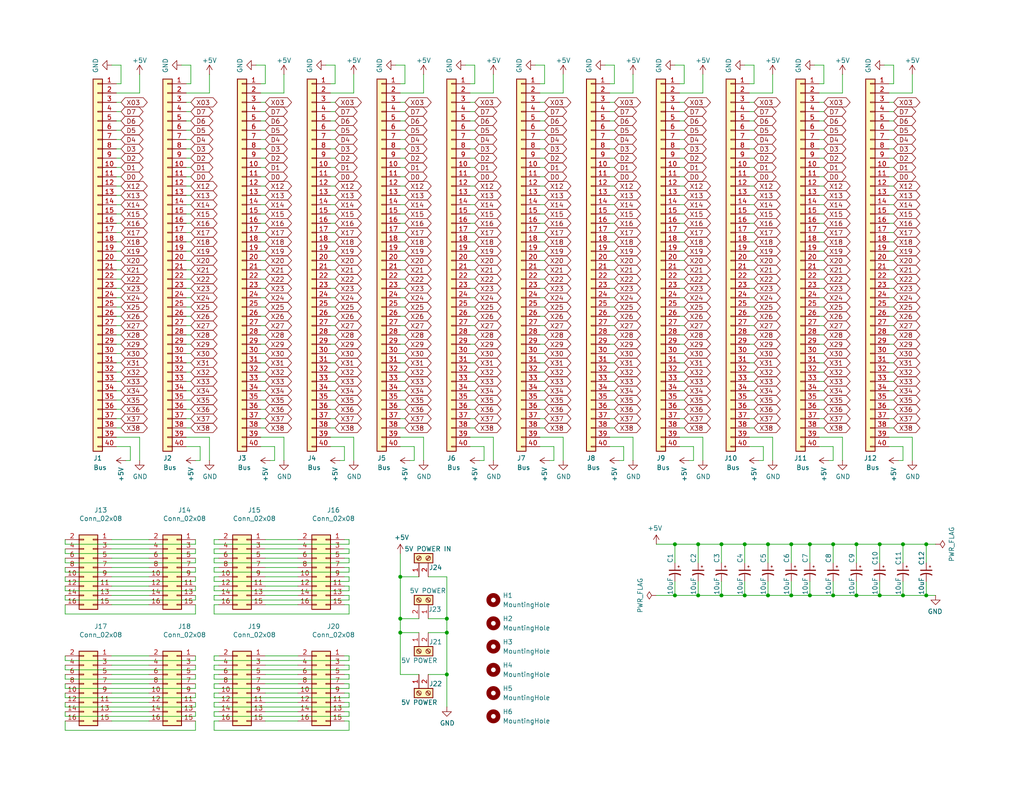
<source format=kicad_sch>
(kicad_sch (version 20231120) (generator "eeschema") (generator_version "8.0")
  (paper "USLetter")
  (title_block (title "SAP-Plus Backplane") (date "2024-11-28") (rev "1.1") (company "github.com/TomNisbet/sap-plus"))
  (junction (at 184.15 162.56))
  (junction (at 121.92 168.91))
  (junction (at 196.85 162.56))
  (junction (at 190.5 162.56))
  (junction (at 215.9 148.59))
  (junction (at 196.85 148.59))
  (junction (at 203.2 162.56))
  (junction (at 252.73 148.59))
  (junction (at 109.22 157.48))
  (junction (at 252.73 162.56))
  (junction (at 209.55 148.59))
  (junction (at 209.55 162.56))
  (junction (at 227.33 148.59))
  (junction (at 203.2 148.59))
  (junction (at 109.22 172.72))
  (junction (at 121.92 172.72))
  (junction (at 109.22 168.91))
  (junction (at 233.68 162.56))
  (junction (at 240.03 162.56))
  (junction (at 233.68 148.59))
  (junction (at 220.98 162.56))
  (junction (at 220.98 148.59))
  (junction (at 121.92 184.15))
  (junction (at 246.38 162.56))
  (junction (at 184.15 148.59))
  (junction (at 240.03 148.59))
  (junction (at 190.5 148.59))
  (junction (at 227.33 162.56))
  (junction (at 246.38 148.59))
  (junction (at 215.9 162.56))
  (wire (pts (xy 167.64 30.48) (xy 166.37 30.48)))
  (wire (pts (xy 52.07 22.86) (xy 50.8 22.86)))
  (wire (pts (xy 246.38 125.73) (xy 245.11 125.73)))
  (wire (pts (xy 72.39 165.1) (xy 81.28 165.1)))
  (wire (pts (xy 95.25 196.85) (xy 93.98 196.85)))
  (wire (pts (xy 53.34 157.48) (xy 53.34 158.75)))
  (wire (pts (xy 167.64 83.82) (xy 166.37 83.82)))
  (wire (pts (xy 33.02 66.04) (xy 31.75 66.04)))
  (wire (pts (xy 33.02 99.06) (xy 31.75 99.06)))
  (wire (pts (xy 107.95 17.78) (xy 110.49 17.78)))
  (wire (pts (xy 223.52 109.22) (xy 224.79 109.22)))
  (wire (pts (xy 52.07 104.14) (xy 50.8 104.14)))
  (wire (pts (xy 95.25 157.48) (xy 95.25 158.75)))
  (wire (pts (xy 17.78 195.58) (xy 17.78 194.31)))
  (wire (pts (xy 215.9 162.56) (xy 220.98 162.56)))
  (wire (pts (xy 189.23 121.92) (xy 189.23 125.73)))
  (wire (pts (xy 227.33 125.73) (xy 226.06 125.73)))
  (wire (pts (xy 223.52 106.68) (xy 224.79 106.68)))
  (wire (pts (xy 30.48 147.32) (xy 40.64 147.32)))
  (wire (pts (xy 52.07 43.18) (xy 50.8 43.18)))
  (wire (pts (xy 243.84 38.1) (xy 242.57 38.1)))
  (wire (pts (xy 91.44 78.74) (xy 90.17 78.74)))
  (wire (pts (xy 58.42 147.32) (xy 58.42 148.59)))
  (wire (pts (xy 204.47 111.76) (xy 205.74 111.76)))
  (wire (pts (xy 205.74 99.06) (xy 204.47 99.06)))
  (wire (pts (xy 220.98 162.56) (xy 227.33 162.56)))
  (wire (pts (xy 110.49 78.74) (xy 109.22 78.74)))
  (wire (pts (xy 242.57 119.38) (xy 248.92 119.38)))
  (wire (pts (xy 167.64 33.02) (xy 166.37 33.02)))
  (wire (pts (xy 229.87 119.38) (xy 229.87 125.73)))
  (wire (pts (xy 189.23 125.73) (xy 187.96 125.73)))
  (wire (pts (xy 33.02 30.48) (xy 31.75 30.48)))
  (wire (pts (xy 52.07 27.94) (xy 50.8 27.94)))
  (wire (pts (xy 95.25 167.64) (xy 95.25 165.1)))
  (wire (pts (xy 110.49 35.56) (xy 109.22 35.56)))
  (wire (pts (xy 95.25 191.77) (xy 93.98 191.77)))
  (wire (pts (xy 33.02 101.6) (xy 31.75 101.6)))
  (wire (pts (xy 110.49 55.88) (xy 109.22 55.88)))
  (wire (pts (xy 147.32 25.4) (xy 153.67 25.4)))
  (wire (pts (xy 205.74 38.1) (xy 204.47 38.1)))
  (wire (pts (xy 72.39 55.88) (xy 71.12 55.88)))
  (wire (pts (xy 209.55 158.75) (xy 209.55 162.56)))
  (wire (pts (xy 190.5 148.59) (xy 190.5 153.67)))
  (wire (pts (xy 38.1 25.4) (xy 38.1 20.32)))
  (wire (pts (xy 148.59 43.18) (xy 147.32 43.18)))
  (wire (pts (xy 243.84 96.52) (xy 242.57 96.52)))
  (wire (pts (xy 129.54 93.98) (xy 128.27 93.98)))
  (wire (pts (xy 110.49 81.28) (xy 109.22 81.28)))
  (wire (pts (xy 132.08 125.73) (xy 130.81 125.73)))
  (wire (pts (xy 17.78 148.59) (xy 53.34 148.59)))
  (wire (pts (xy 95.25 194.31) (xy 95.25 195.58)))
  (wire (pts (xy 134.62 25.4) (xy 134.62 20.32)))
  (wire (pts (xy 186.69 96.52) (xy 185.42 96.52)))
  (wire (pts (xy 52.07 88.9) (xy 50.8 88.9)))
  (wire (pts (xy 224.79 53.34) (xy 223.52 53.34)))
  (wire (pts (xy 93.98 184.15) (xy 95.25 184.15)))
  (wire (pts (xy 148.59 48.26) (xy 147.32 48.26)))
  (wire (pts (xy 224.79 78.74) (xy 223.52 78.74)))
  (wire (pts (xy 95.25 187.96) (xy 95.25 186.69)))
  (wire (pts (xy 208.28 121.92) (xy 208.28 125.73)))
  (wire (pts (xy 243.84 76.2) (xy 242.57 76.2)))
  (wire (pts (xy 186.69 33.02) (xy 185.42 33.02)))
  (wire (pts (xy 243.84 33.02) (xy 242.57 33.02)))
  (wire (pts (xy 35.56 121.92) (xy 31.75 121.92)))
  (wire (pts (xy 205.74 33.02) (xy 204.47 33.02)))
  (wire (pts (xy 205.74 101.6) (xy 204.47 101.6)))
  (wire (pts (xy 148.59 78.74) (xy 147.32 78.74)))
  (wire (pts (xy 129.54 22.86) (xy 128.27 22.86)))
  (wire (pts (xy 72.39 60.96) (xy 71.12 60.96)))
  (wire (pts (xy 96.52 119.38) (xy 96.52 125.73)))
  (wire (pts (xy 93.98 125.73) (xy 92.71 125.73)))
  (wire (pts (xy 93.98 194.31) (xy 95.25 194.31)))
  (wire (pts (xy 167.64 63.5) (xy 166.37 63.5)))
  (wire (pts (xy 110.49 88.9) (xy 109.22 88.9)))
  (wire (pts (xy 91.44 40.64) (xy 90.17 40.64)))
  (wire (pts (xy 146.05 17.78) (xy 148.59 17.78)))
  (wire (pts (xy 91.44 30.48) (xy 90.17 30.48)))
  (wire (pts (xy 116.84 184.15) (xy 121.92 184.15)))
  (wire (pts (xy 90.17 119.38) (xy 96.52 119.38)))
  (wire (pts (xy 110.49 104.14) (xy 109.22 104.14)))
  (wire (pts (xy 148.59 60.96) (xy 147.32 60.96)))
  (wire (pts (xy 203.2 17.78) (xy 205.74 17.78)))
  (wire (pts (xy 129.54 63.5) (xy 128.27 63.5)))
  (wire (pts (xy 52.07 17.78) (xy 52.07 22.86)))
  (wire (pts (xy 246.38 162.56) (xy 252.73 162.56)))
  (wire (pts (xy 71.12 111.76) (xy 72.39 111.76)))
  (wire (pts (xy 148.59 17.78) (xy 148.59 22.86)))
  (wire (pts (xy 95.25 154.94) (xy 93.98 154.94)))
  (wire (pts (xy 17.78 147.32) (xy 17.78 148.59)))
  (wire (pts (xy 147.32 111.76) (xy 148.59 111.76)))
  (wire (pts (xy 186.69 35.56) (xy 185.42 35.56)))
  (wire (pts (xy 243.84 101.6) (xy 242.57 101.6)))
  (wire (pts (xy 58.42 160.02) (xy 58.42 161.29)))
  (wire (pts (xy 53.34 199.39) (xy 53.34 196.85)))
  (wire (pts (xy 110.49 43.18) (xy 109.22 43.18)))
  (wire (pts (xy 57.15 25.4) (xy 57.15 20.32)))
  (wire (pts (xy 91.44 58.42) (xy 90.17 58.42)))
  (wire (pts (xy 114.3 172.72) (xy 109.22 172.72)))
  (wire (pts (xy 72.39 162.56) (xy 81.28 162.56)))
  (wire (pts (xy 186.69 68.58) (xy 185.42 68.58)))
  (wire (pts (xy 129.54 86.36) (xy 128.27 86.36)))
  (wire (pts (xy 30.48 179.07) (xy 40.64 179.07)))
  (wire (pts (xy 72.39 27.94) (xy 71.12 27.94)))
  (wire (pts (xy 205.74 60.96) (xy 204.47 60.96)))
  (wire (pts (xy 72.39 22.86) (xy 71.12 22.86)))
  (wire (pts (xy 114.3 184.15) (xy 109.22 184.15)))
  (wire (pts (xy 148.59 30.48) (xy 147.32 30.48)))
  (wire (pts (xy 33.02 68.58) (xy 31.75 68.58)))
  (wire (pts (xy 52.07 48.26) (xy 50.8 48.26)))
  (wire (pts (xy 227.33 162.56) (xy 233.68 162.56)))
  (wire (pts (xy 233.68 158.75) (xy 233.68 162.56)))
  (wire (pts (xy 96.52 25.4) (xy 96.52 20.32)))
  (wire (pts (xy 167.64 96.52) (xy 166.37 96.52)))
  (wire (pts (xy 129.54 17.78) (xy 129.54 22.86)))
  (wire (pts (xy 30.48 152.4) (xy 40.64 152.4)))
  (wire (pts (xy 243.84 86.36) (xy 242.57 86.36)))
  (wire (pts (xy 33.02 55.88) (xy 31.75 55.88)))
  (wire (pts (xy 223.52 25.4) (xy 229.87 25.4)))
  (wire (pts (xy 95.25 156.21) (xy 95.25 154.94)))
  (wire (pts (xy 129.54 38.1) (xy 128.27 38.1)))
  (wire (pts (xy 148.59 76.2) (xy 147.32 76.2)))
  (wire (pts (xy 95.25 195.58) (xy 58.42 195.58)))
  (wire (pts (xy 128.27 109.22) (xy 129.54 109.22)))
  (wire (pts (xy 165.1 17.78) (xy 167.64 17.78)))
  (wire (pts (xy 148.59 38.1) (xy 147.32 38.1)))
  (wire (pts (xy 72.39 40.64) (xy 71.12 40.64)))
  (wire (pts (xy 167.64 50.8) (xy 166.37 50.8)))
  (wire (pts (xy 203.2 148.59) (xy 209.55 148.59)))
  (wire (pts (xy 205.74 53.34) (xy 204.47 53.34)))
  (wire (pts (xy 227.33 158.75) (xy 227.33 162.56)))
  (wire (pts (xy 205.74 40.64) (xy 204.47 40.64)))
  (wire (pts (xy 52.07 66.04) (xy 50.8 66.04)))
  (wire (pts (xy 95.25 148.59) (xy 95.25 147.32)))
  (wire (pts (xy 185.42 119.38) (xy 191.77 119.38)))
  (wire (pts (xy 95.25 181.61) (xy 93.98 181.61)))
  (wire (pts (xy 128.27 106.68) (xy 129.54 106.68)))
  (wire (pts (xy 246.38 148.59) (xy 246.38 153.67)))
  (wire (pts (xy 72.39 86.36) (xy 71.12 86.36)))
  (wire (pts (xy 148.59 53.34) (xy 147.32 53.34)))
  (wire (pts (xy 91.44 35.56) (xy 90.17 35.56)))
  (wire (pts (xy 227.33 121.92) (xy 223.52 121.92)))
  (wire (pts (xy 186.69 17.78) (xy 186.69 22.86)))
  (wire (pts (xy 190.5 158.75) (xy 190.5 162.56)))
  (wire (pts (xy 53.34 162.56) (xy 53.34 163.83)))
  (wire (pts (xy 110.49 38.1) (xy 109.22 38.1)))
  (wire (pts (xy 74.93 121.92) (xy 71.12 121.92)))
  (wire (pts (xy 31.75 119.38) (xy 38.1 119.38)))
  (wire (pts (xy 205.74 55.88) (xy 204.47 55.88)))
  (wire (pts (xy 58.42 191.77) (xy 58.42 193.04)))
  (wire (pts (xy 167.64 73.66) (xy 166.37 73.66)))
  (wire (pts (xy 90.17 109.22) (xy 91.44 109.22)))
  (wire (pts (xy 223.52 116.84) (xy 224.79 116.84)))
  (wire (pts (xy 224.79 104.14) (xy 223.52 104.14)))
  (wire (pts (xy 205.74 50.8) (xy 204.47 50.8)))
  (wire (pts (xy 58.42 167.64) (xy 95.25 167.64)))
  (wire (pts (xy 204.47 106.68) (xy 205.74 106.68)))
  (wire (pts (xy 53.34 167.64) (xy 53.34 165.1)))
  (wire (pts (xy 224.79 91.44) (xy 223.52 91.44)))
  (wire (pts (xy 53.34 153.67) (xy 17.78 153.67)))
  (wire (pts (xy 59.69 196.85) (xy 58.42 196.85)))
  (wire (pts (xy 72.39 81.28) (xy 71.12 81.28)))
  (wire (pts (xy 91.44 53.34) (xy 90.17 53.34)))
  (wire (pts (xy 17.78 179.07) (xy 17.78 180.34)))
  (wire (pts (xy 186.69 76.2) (xy 185.42 76.2)))
  (wire (pts (xy 128.27 116.84) (xy 129.54 116.84)))
  (wire (pts (xy 72.39 88.9) (xy 71.12 88.9)))
  (wire (pts (xy 243.84 81.28) (xy 242.57 81.28)))
  (wire (pts (xy 50.8 109.22) (xy 52.07 109.22)))
  (wire (pts (xy 110.49 48.26) (xy 109.22 48.26)))
  (wire (pts (xy 72.39 58.42) (xy 71.12 58.42)))
  (wire (pts (xy 72.39 76.2) (xy 71.12 76.2)))
  (wire (pts (xy 52.07 81.28) (xy 50.8 81.28)))
  (wire (pts (xy 172.72 25.4) (xy 172.72 20.32)))
  (wire (pts (xy 95.25 149.86) (xy 93.98 149.86)))
  (wire (pts (xy 31.75 25.4) (xy 38.1 25.4)))
  (wire (pts (xy 224.79 86.36) (xy 223.52 86.36)))
  (wire (pts (xy 50.8 106.68) (xy 52.07 106.68)))
  (wire (pts (xy 186.69 30.48) (xy 185.42 30.48)))
  (wire (pts (xy 95.25 186.69) (xy 93.98 186.69)))
  (wire (pts (xy 58.42 181.61) (xy 58.42 182.88)))
  (wire (pts (xy 186.69 86.36) (xy 185.42 86.36)))
  (wire (pts (xy 91.44 27.94) (xy 90.17 27.94)))
  (wire (pts (xy 210.82 25.4) (xy 210.82 20.32)))
  (wire (pts (xy 184.15 158.75) (xy 184.15 162.56)))
  (wire (pts (xy 243.84 43.18) (xy 242.57 43.18)))
  (wire (pts (xy 74.93 121.92) (xy 74.93 125.73)))
  (wire (pts (xy 129.54 33.02) (xy 128.27 33.02)))
  (wire (pts (xy 110.49 53.34) (xy 109.22 53.34)))
  (wire (pts (xy 227.33 121.92) (xy 227.33 125.73)))
  (wire (pts (xy 147.32 114.3) (xy 148.59 114.3)))
  (wire (pts (xy 205.74 96.52) (xy 204.47 96.52)))
  (wire (pts (xy 53.34 163.83) (xy 17.78 163.83)))
  (wire (pts (xy 204.47 114.3) (xy 205.74 114.3)))
  (wire (pts (xy 52.07 60.96) (xy 50.8 60.96)))
  (wire (pts (xy 72.39 179.07) (xy 81.28 179.07)))
  (wire (pts (xy 59.69 160.02) (xy 58.42 160.02)))
  (wire (pts (xy 110.49 83.82) (xy 109.22 83.82)))
  (wire (pts (xy 52.07 78.74) (xy 50.8 78.74)))
  (wire (pts (xy 167.64 27.94) (xy 166.37 27.94)))
  (wire (pts (xy 205.74 48.26) (xy 204.47 48.26)))
  (wire (pts (xy 129.54 58.42) (xy 128.27 58.42)))
  (wire (pts (xy 243.84 27.94) (xy 242.57 27.94)))
  (wire (pts (xy 72.39 154.94) (xy 81.28 154.94)))
  (wire (pts (xy 72.39 83.82) (xy 71.12 83.82)))
  (wire (pts (xy 153.67 25.4) (xy 153.67 20.32)))
  (wire (pts (xy 184.15 148.59) (xy 190.5 148.59)))
  (wire (pts (xy 184.15 148.59) (xy 184.15 153.67)))
  (wire (pts (xy 52.07 53.34) (xy 50.8 53.34)))
  (wire (pts (xy 31.75 114.3) (xy 33.02 114.3)))
  (wire (pts (xy 227.33 148.59) (xy 233.68 148.59)))
  (wire (pts (xy 71.12 114.3) (xy 72.39 114.3)))
  (wire (pts (xy 224.79 60.96) (xy 223.52 60.96)))
  (wire (pts (xy 95.25 151.13) (xy 95.25 149.86)))
  (wire (pts (xy 243.84 30.48) (xy 242.57 30.48)))
  (wire (pts (xy 147.32 119.38) (xy 153.67 119.38)))
  (wire (pts (xy 129.54 76.2) (xy 128.27 76.2)))
  (wire (pts (xy 52.07 35.56) (xy 50.8 35.56)))
  (wire (pts (xy 109.22 25.4) (xy 115.57 25.4)))
  (wire (pts (xy 190.5 162.56) (xy 196.85 162.56)))
  (wire (pts (xy 167.64 45.72) (xy 166.37 45.72)))
  (wire (pts (xy 148.59 93.98) (xy 147.32 93.98)))
  (wire (pts (xy 52.07 71.12) (xy 50.8 71.12)))
  (wire (pts (xy 167.64 53.34) (xy 166.37 53.34)))
  (wire (pts (xy 224.79 27.94) (xy 223.52 27.94)))
  (wire (pts (xy 167.64 60.96) (xy 166.37 60.96)))
  (wire (pts (xy 185.42 106.68) (xy 186.69 106.68)))
  (wire (pts (xy 129.54 96.52) (xy 128.27 96.52)))
  (wire (pts (xy 205.74 27.94) (xy 204.47 27.94)))
  (wire (pts (xy 148.59 83.82) (xy 147.32 83.82)))
  (wire (pts (xy 33.02 83.82) (xy 31.75 83.82)))
  (wire (pts (xy 72.39 181.61) (xy 81.28 181.61)))
  (wire (pts (xy 186.69 48.26) (xy 185.42 48.26)))
  (wire (pts (xy 33.02 22.86) (xy 31.75 22.86)))
  (wire (pts (xy 113.03 121.92) (xy 113.03 125.73)))
  (wire (pts (xy 72.39 38.1) (xy 71.12 38.1)))
  (wire (pts (xy 167.64 40.64) (xy 166.37 40.64)))
  (wire (pts (xy 30.48 157.48) (xy 40.64 157.48)))
  (wire (pts (xy 33.02 38.1) (xy 31.75 38.1)))
  (wire (pts (xy 184.15 17.78) (xy 186.69 17.78)))
  (wire (pts (xy 52.07 33.02) (xy 50.8 33.02)))
  (wire (pts (xy 93.98 121.92) (xy 93.98 125.73)))
  (wire (pts (xy 121.92 168.91) (xy 121.92 172.72)))
  (wire (pts (xy 58.42 186.69) (xy 58.42 187.96)))
  (wire (pts (xy 224.79 38.1) (xy 223.52 38.1)))
  (wire (pts (xy 191.77 119.38) (xy 191.77 125.73)))
  (wire (pts (xy 148.59 81.28) (xy 147.32 81.28)))
  (wire (pts (xy 184.15 162.56) (xy 190.5 162.56)))
  (wire (pts (xy 52.07 68.58) (xy 50.8 68.58)))
  (wire (pts (xy 205.74 30.48) (xy 204.47 30.48)))
  (wire (pts (xy 59.69 191.77) (xy 58.42 191.77)))
  (wire (pts (xy 57.15 119.38) (xy 57.15 125.73)))
  (wire (pts (xy 17.78 156.21) (xy 53.34 156.21)))
  (wire (pts (xy 31.75 116.84) (xy 33.02 116.84)))
  (wire (pts (xy 151.13 121.92) (xy 151.13 125.73)))
  (wire (pts (xy 72.39 160.02) (xy 81.28 160.02)))
  (wire (pts (xy 186.69 81.28) (xy 185.42 81.28)))
  (wire (pts (xy 95.25 163.83) (xy 58.42 163.83)))
  (wire (pts (xy 167.64 38.1) (xy 166.37 38.1)))
  (wire (pts (xy 17.78 187.96) (xy 53.34 187.96)))
  (wire (pts (xy 186.69 55.88) (xy 185.42 55.88)))
  (wire (pts (xy 72.39 78.74) (xy 71.12 78.74)))
  (wire (pts (xy 58.42 182.88) (xy 95.25 182.88)))
  (wire (pts (xy 91.44 68.58) (xy 90.17 68.58)))
  (wire (pts (xy 243.84 73.66) (xy 242.57 73.66)))
  (wire (pts (xy 58.42 149.86) (xy 58.42 151.13)))
  (wire (pts (xy 91.44 48.26) (xy 90.17 48.26)))
  (wire (pts (xy 58.42 158.75) (xy 58.42 157.48)))
  (wire (pts (xy 110.49 101.6) (xy 109.22 101.6)))
  (wire (pts (xy 91.44 38.1) (xy 90.17 38.1)))
  (wire (pts (xy 148.59 22.86) (xy 147.32 22.86)))
  (wire (pts (xy 31.75 106.68) (xy 33.02 106.68)))
  (wire (pts (xy 243.84 104.14) (xy 242.57 104.14)))
  (wire (pts (xy 33.02 58.42) (xy 31.75 58.42)))
  (wire (pts (xy 52.07 76.2) (xy 50.8 76.2)))
  (wire (pts (xy 17.78 181.61) (xy 17.78 182.88)))
  (wire (pts (xy 71.12 109.22) (xy 72.39 109.22)))
  (wire (pts (xy 33.02 96.52) (xy 31.75 96.52)))
  (wire (pts (xy 186.69 38.1) (xy 185.42 38.1)))
  (wire (pts (xy 189.23 121.92) (xy 185.42 121.92)))
  (wire (pts (xy 52.07 58.42) (xy 50.8 58.42)))
  (wire (pts (xy 167.64 66.04) (xy 166.37 66.04)))
  (wire (pts (xy 72.39 152.4) (xy 81.28 152.4)))
  (wire (pts (xy 148.59 71.12) (xy 147.32 71.12)))
  (wire (pts (xy 224.79 71.12) (xy 223.52 71.12)))
  (wire (pts (xy 58.42 184.15) (xy 59.69 184.15)))
  (wire (pts (xy 203.2 148.59) (xy 203.2 153.67)))
  (wire (pts (xy 53.34 182.88) (xy 53.34 181.61)))
  (wire (pts (xy 110.49 17.78) (xy 110.49 22.86)))
  (wire (pts (xy 167.64 91.44) (xy 166.37 91.44)))
  (wire (pts (xy 52.07 45.72) (xy 50.8 45.72)))
  (wire (pts (xy 127 17.78) (xy 129.54 17.78)))
  (wire (pts (xy 224.79 76.2) (xy 223.52 76.2)))
  (wire (pts (xy 129.54 81.28) (xy 128.27 81.28)))
  (wire (pts (xy 205.74 88.9) (xy 204.47 88.9)))
  (wire (pts (xy 30.48 162.56) (xy 40.64 162.56)))
  (wire (pts (xy 243.84 55.88) (xy 242.57 55.88)))
  (wire (pts (xy 110.49 50.8) (xy 109.22 50.8)))
  (wire (pts (xy 224.79 96.52) (xy 223.52 96.52)))
  (wire (pts (xy 72.39 194.31) (xy 81.28 194.31)))
  (wire (pts (xy 129.54 43.18) (xy 128.27 43.18)))
  (wire (pts (xy 243.84 93.98) (xy 242.57 93.98)))
  (wire (pts (xy 72.39 147.32) (xy 81.28 147.32)))
  (wire (pts (xy 53.34 161.29) (xy 53.34 160.02)))
  (wire (pts (xy 121.92 172.72) (xy 121.92 184.15)))
  (wire (pts (xy 109.22 106.68) (xy 110.49 106.68)))
  (wire (pts (xy 52.07 91.44) (xy 50.8 91.44)))
  (wire (pts (xy 33.02 33.02) (xy 31.75 33.02)))
  (wire (pts (xy 129.54 53.34) (xy 128.27 53.34)))
  (wire (pts (xy 224.79 55.88) (xy 223.52 55.88)))
  (wire (pts (xy 53.34 158.75) (xy 17.78 158.75)))
  (wire (pts (xy 91.44 93.98) (xy 90.17 93.98)))
  (wire (pts (xy 205.74 22.86) (xy 204.47 22.86)))
  (wire (pts (xy 233.68 162.56) (xy 240.03 162.56)))
  (wire (pts (xy 208.28 125.73) (xy 207.01 125.73)))
  (wire (pts (xy 121.92 157.48) (xy 121.92 168.91)))
  (wire (pts (xy 186.69 66.04) (xy 185.42 66.04)))
  (wire (pts (xy 58.42 187.96) (xy 95.25 187.96)))
  (wire (pts (xy 243.84 48.26) (xy 242.57 48.26)))
  (wire (pts (xy 129.54 99.06) (xy 128.27 99.06)))
  (wire (pts (xy 58.42 180.34) (xy 95.25 180.34)))
  (wire (pts (xy 72.39 96.52) (xy 71.12 96.52)))
  (wire (pts (xy 205.74 93.98) (xy 204.47 93.98)))
  (wire (pts (xy 17.78 185.42) (xy 17.78 184.15)))
  (wire (pts (xy 72.39 68.58) (xy 71.12 68.58)))
  (wire (pts (xy 167.64 81.28) (xy 166.37 81.28)))
  (wire (pts (xy 204.47 109.22) (xy 205.74 109.22)))
  (wire (pts (xy 91.44 91.44) (xy 90.17 91.44)))
  (wire (pts (xy 72.39 93.98) (xy 71.12 93.98)))
  (wire (pts (xy 33.02 40.64) (xy 31.75 40.64)))
  (wire (pts (xy 243.84 17.78) (xy 243.84 22.86)))
  (wire (pts (xy 71.12 25.4) (xy 77.47 25.4)))
  (wire (pts (xy 90.17 116.84) (xy 91.44 116.84)))
  (wire (pts (xy 95.25 184.15) (xy 95.25 185.42)))
  (wire (pts (xy 224.79 93.98) (xy 223.52 93.98)))
  (wire (pts (xy 71.12 106.68) (xy 72.39 106.68)))
  (wire (pts (xy 224.79 33.02) (xy 223.52 33.02)))
  (wire (pts (xy 243.84 71.12) (xy 242.57 71.12)))
  (wire (pts (xy 50.8 111.76) (xy 52.07 111.76)))
  (wire (pts (xy 91.44 73.66) (xy 90.17 73.66)))
  (wire (pts (xy 52.07 93.98) (xy 50.8 93.98)))
  (wire (pts (xy 186.69 99.06) (xy 185.42 99.06)))
  (wire (pts (xy 220.98 158.75) (xy 220.98 162.56)))
  (wire (pts (xy 129.54 101.6) (xy 128.27 101.6)))
  (wire (pts (xy 148.59 96.52) (xy 147.32 96.52)))
  (wire (pts (xy 95.25 179.07) (xy 93.98 179.07)))
  (wire (pts (xy 186.69 73.66) (xy 185.42 73.66)))
  (wire (pts (xy 33.02 86.36) (xy 31.75 86.36)))
  (wire (pts (xy 58.42 156.21) (xy 95.25 156.21)))
  (wire (pts (xy 172.72 119.38) (xy 172.72 125.73)))
  (wire (pts (xy 69.85 17.78) (xy 72.39 17.78)))
  (wire (pts (xy 167.64 43.18) (xy 166.37 43.18)))
  (wire (pts (xy 72.39 189.23) (xy 81.28 189.23)))
  (wire (pts (xy 224.79 22.86) (xy 223.52 22.86)))
  (wire (pts (xy 33.02 53.34) (xy 31.75 53.34)))
  (wire (pts (xy 205.74 45.72) (xy 204.47 45.72)))
  (wire (pts (xy 224.79 66.04) (xy 223.52 66.04)))
  (wire (pts (xy 95.25 190.5) (xy 58.42 190.5)))
  (wire (pts (xy 129.54 83.82) (xy 128.27 83.82)))
  (wire (pts (xy 90.17 106.68) (xy 91.44 106.68)))
  (wire (pts (xy 209.55 148.59) (xy 215.9 148.59)))
  (wire (pts (xy 224.79 81.28) (xy 223.52 81.28)))
  (wire (pts (xy 224.79 73.66) (xy 223.52 73.66)))
  (wire (pts (xy 91.44 88.9) (xy 90.17 88.9)))
  (wire (pts (xy 74.93 125.73) (xy 73.66 125.73)))
  (wire (pts (xy 224.79 63.5) (xy 223.52 63.5)))
  (wire (pts (xy 38.1 119.38) (xy 38.1 125.73)))
  (wire (pts (xy 90.17 111.76) (xy 91.44 111.76)))
  (wire (pts (xy 52.07 40.64) (xy 50.8 40.64)))
  (wire (pts (xy 52.07 86.36) (xy 50.8 86.36)))
  (wire (pts (xy 167.64 93.98) (xy 166.37 93.98)))
  (wire (pts (xy 147.32 116.84) (xy 148.59 116.84)))
  (wire (pts (xy 148.59 45.72) (xy 147.32 45.72)))
  (wire (pts (xy 224.79 50.8) (xy 223.52 50.8)))
  (wire (pts (xy 59.69 154.94) (xy 58.42 154.94)))
  (wire (pts (xy 17.78 161.29) (xy 53.34 161.29)))
  (wire (pts (xy 110.49 71.12) (xy 109.22 71.12)))
  (wire (pts (xy 109.22 172.72) (xy 109.22 184.15)))
  (wire (pts (xy 167.64 88.9) (xy 166.37 88.9)))
  (wire (pts (xy 52.07 63.5) (xy 50.8 63.5)))
  (wire (pts (xy 109.22 111.76) (xy 110.49 111.76)))
  (wire (pts (xy 129.54 30.48) (xy 128.27 30.48)))
  (wire (pts (xy 95.25 162.56) (xy 95.25 163.83)))
  (wire (pts (xy 242.57 111.76) (xy 243.84 111.76)))
  (wire (pts (xy 148.59 40.64) (xy 147.32 40.64)))
  (wire (pts (xy 110.49 45.72) (xy 109.22 45.72)))
  (wire (pts (xy 17.78 193.04) (xy 53.34 193.04)))
  (wire (pts (xy 30.48 194.31) (xy 40.64 194.31)))
  (wire (pts (xy 93.98 162.56) (xy 95.25 162.56)))
  (wire (pts (xy 91.44 83.82) (xy 90.17 83.82)))
  (wire (pts (xy 59.69 179.07) (xy 58.42 179.07)))
  (wire (pts (xy 52.07 55.88) (xy 50.8 55.88)))
  (wire (pts (xy 116.84 172.72) (xy 121.92 172.72)))
  (wire (pts (xy 167.64 76.2) (xy 166.37 76.2)))
  (wire (pts (xy 243.84 66.04) (xy 242.57 66.04)))
  (wire (pts (xy 30.48 17.78) (xy 33.02 17.78)))
  (wire (pts (xy 58.42 162.56) (xy 59.69 162.56)))
  (wire (pts (xy 240.03 158.75) (xy 240.03 162.56)))
  (wire (pts (xy 153.67 119.38) (xy 153.67 125.73)))
  (wire (pts (xy 33.02 35.56) (xy 31.75 35.56)))
  (wire (pts (xy 59.69 147.32) (xy 58.42 147.32)))
  (wire (pts (xy 224.79 40.64) (xy 223.52 40.64)))
  (wire (pts (xy 224.79 30.48) (xy 223.52 30.48)))
  (wire (pts (xy 95.25 189.23) (xy 95.25 190.5)))
  (wire (pts (xy 91.44 66.04) (xy 90.17 66.04)))
  (wire (pts (xy 17.78 180.34) (xy 53.34 180.34)))
  (wire (pts (xy 129.54 71.12) (xy 128.27 71.12)))
  (wire (pts (xy 114.3 168.91) (xy 109.22 168.91)))
  (wire (pts (xy 110.49 99.06) (xy 109.22 99.06)))
  (wire (pts (xy 224.79 43.18) (xy 223.52 43.18)))
  (wire (pts (xy 95.25 180.34) (xy 95.25 179.07)))
  (wire (pts (xy 59.69 186.69) (xy 58.42 186.69)))
  (wire (pts (xy 205.74 81.28) (xy 204.47 81.28)))
  (wire (pts (xy 148.59 68.58) (xy 147.32 68.58)))
  (wire (pts (xy 224.79 45.72) (xy 223.52 45.72)))
  (wire (pts (xy 186.69 78.74) (xy 185.42 78.74)))
  (wire (pts (xy 52.07 73.66) (xy 50.8 73.66)))
  (wire (pts (xy 35.56 121.92) (xy 35.56 125.73)))
  (wire (pts (xy 33.02 78.74) (xy 31.75 78.74)))
  (wire (pts (xy 113.03 121.92) (xy 109.22 121.92)))
  (wire (pts (xy 91.44 101.6) (xy 90.17 101.6)))
  (wire (pts (xy 17.78 191.77) (xy 17.78 193.04)))
  (wire (pts (xy 203.2 158.75) (xy 203.2 162.56)))
  (wire (pts (xy 148.59 33.02) (xy 147.32 33.02)))
  (wire (pts (xy 17.78 163.83) (xy 17.78 162.56)))
  (wire (pts (xy 72.39 157.48) (xy 81.28 157.48)))
  (wire (pts (xy 77.47 119.38) (xy 77.47 125.73)))
  (wire (pts (xy 72.39 99.06) (xy 71.12 99.06)))
  (wire (pts (xy 91.44 86.36) (xy 90.17 86.36)))
  (wire (pts (xy 243.84 22.86) (xy 242.57 22.86)))
  (wire (pts (xy 72.39 66.04) (xy 71.12 66.04)))
  (wire (pts (xy 17.78 190.5) (xy 17.78 189.23)))
  (wire (pts (xy 109.22 114.3) (xy 110.49 114.3)))
  (wire (pts (xy 167.64 71.12) (xy 166.37 71.12)))
  (wire (pts (xy 166.37 111.76) (xy 167.64 111.76)))
  (wire (pts (xy 241.3 17.78) (xy 243.84 17.78)))
  (wire (pts (xy 148.59 35.56) (xy 147.32 35.56)))
  (wire (pts (xy 53.34 148.59) (xy 53.34 147.32)))
  (wire (pts (xy 31.75 111.76) (xy 33.02 111.76)))
  (wire (pts (xy 58.42 189.23) (xy 59.69 189.23)))
  (wire (pts (xy 205.74 35.56) (xy 204.47 35.56)))
  (wire (pts (xy 167.64 58.42) (xy 166.37 58.42)))
  (wire (pts (xy 196.85 158.75) (xy 196.85 162.56)))
  (wire (pts (xy 33.02 76.2) (xy 31.75 76.2)))
  (wire (pts (xy 72.39 71.12) (xy 71.12 71.12)))
  (wire (pts (xy 128.27 111.76) (xy 129.54 111.76)))
  (wire (pts (xy 58.42 153.67) (xy 58.42 152.4)))
  (wire (pts (xy 243.84 50.8) (xy 242.57 50.8)))
  (wire (pts (xy 95.25 152.4) (xy 95.25 153.67)))
  (wire (pts (xy 58.42 151.13) (xy 95.25 151.13)))
  (wire (pts (xy 17.78 186.69) (xy 17.78 187.96)))
  (wire (pts (xy 166.37 25.4) (xy 172.72 25.4)))
  (wire (pts (xy 129.54 73.66) (xy 128.27 73.66)))
  (wire (pts (xy 93.98 157.48) (xy 95.25 157.48)))
  (wire (pts (xy 167.64 99.06) (xy 166.37 99.06)))
  (wire (pts (xy 30.48 186.69) (xy 40.64 186.69)))
  (wire (pts (xy 224.79 48.26) (xy 223.52 48.26)))
  (wire (pts (xy 186.69 88.9) (xy 185.42 88.9)))
  (wire (pts (xy 95.25 185.42) (xy 58.42 185.42)))
  (wire (pts (xy 129.54 45.72) (xy 128.27 45.72)))
  (wire (pts (xy 205.74 58.42) (xy 204.47 58.42)))
  (wire (pts (xy 30.48 149.86) (xy 40.64 149.86)))
  (wire (pts (xy 129.54 88.9) (xy 128.27 88.9)))
  (wire (pts (xy 148.59 73.66) (xy 147.32 73.66)))
  (wire (pts (xy 121.92 184.15) (xy 121.92 193.04)))
  (wire (pts (xy 185.42 25.4) (xy 191.77 25.4)))
  (wire (pts (xy 148.59 27.94) (xy 147.32 27.94)))
  (wire (pts (xy 220.98 148.59) (xy 220.98 153.67)))
  (wire (pts (xy 110.49 76.2) (xy 109.22 76.2)))
  (wire (pts (xy 170.18 125.73) (xy 168.91 125.73)))
  (wire (pts (xy 110.49 22.86) (xy 109.22 22.86)))
  (wire (pts (xy 129.54 55.88) (xy 128.27 55.88)))
  (wire (pts (xy 148.59 66.04) (xy 147.32 66.04)))
  (wire (pts (xy 30.48 189.23) (xy 40.64 189.23)))
  (wire (pts (xy 215.9 148.59) (xy 215.9 153.67)))
  (wire (pts (xy 110.49 58.42) (xy 109.22 58.42)))
  (wire (pts (xy 148.59 63.5) (xy 147.32 63.5)))
  (wire (pts (xy 58.42 193.04) (xy 95.25 193.04)))
  (wire (pts (xy 58.42 179.07) (xy 58.42 180.34)))
  (wire (pts (xy 246.38 158.75) (xy 246.38 162.56)))
  (wire (pts (xy 243.84 88.9) (xy 242.57 88.9)))
  (wire (pts (xy 50.8 119.38) (xy 57.15 119.38)))
  (wire (pts (xy 52.07 99.06) (xy 50.8 99.06)))
  (wire (pts (xy 129.54 48.26) (xy 128.27 48.26)))
  (wire (pts (xy 167.64 35.56) (xy 166.37 35.56)))
  (wire (pts (xy 91.44 81.28) (xy 90.17 81.28)))
  (wire (pts (xy 224.79 35.56) (xy 223.52 35.56)))
  (wire (pts (xy 223.52 114.3) (xy 224.79 114.3)))
  (wire (pts (xy 110.49 30.48) (xy 109.22 30.48)))
  (wire (pts (xy 186.69 50.8) (xy 185.42 50.8)))
  (wire (pts (xy 33.02 27.94) (xy 31.75 27.94)))
  (wire (pts (xy 167.64 101.6) (xy 166.37 101.6)))
  (wire (pts (xy 243.84 45.72) (xy 242.57 45.72)))
  (wire (pts (xy 186.69 53.34) (xy 185.42 53.34)))
  (wire (pts (xy 72.39 35.56) (xy 71.12 35.56)))
  (wire (pts (xy 248.92 25.4) (xy 248.92 20.32)))
  (wire (pts (xy 242.57 116.84) (xy 243.84 116.84)))
  (wire (pts (xy 54.61 121.92) (xy 50.8 121.92)))
  (wire (pts (xy 33.02 71.12) (xy 31.75 71.12)))
  (wire (pts (xy 148.59 99.06) (xy 147.32 99.06)))
  (wire (pts (xy 72.39 186.69) (xy 81.28 186.69)))
  (wire (pts (xy 129.54 104.14) (xy 128.27 104.14)))
  (wire (pts (xy 95.25 193.04) (xy 95.25 191.77)))
  (wire (pts (xy 91.44 17.78) (xy 91.44 22.86)))
  (wire (pts (xy 110.49 63.5) (xy 109.22 63.5)))
  (wire (pts (xy 110.49 68.58) (xy 109.22 68.58)))
  (wire (pts (xy 58.42 190.5) (xy 58.42 189.23)))
  (wire (pts (xy 148.59 104.14) (xy 147.32 104.14)))
  (wire (pts (xy 185.42 109.22) (xy 186.69 109.22)))
  (wire (pts (xy 186.69 104.14) (xy 185.42 104.14)))
  (wire (pts (xy 33.02 93.98) (xy 31.75 93.98)))
  (wire (pts (xy 58.42 194.31) (xy 59.69 194.31)))
  (wire (pts (xy 170.18 121.92) (xy 166.37 121.92)))
  (wire (pts (xy 58.42 152.4) (xy 59.69 152.4)))
  (wire (pts (xy 243.84 91.44) (xy 242.57 91.44)))
  (wire (pts (xy 30.48 191.77) (xy 40.64 191.77)))
  (wire (pts (xy 148.59 58.42) (xy 147.32 58.42)))
  (wire (pts (xy 151.13 121.92) (xy 147.32 121.92)))
  (wire (pts (xy 129.54 27.94) (xy 128.27 27.94)))
  (wire (pts (xy 33.02 45.72) (xy 31.75 45.72)))
  (wire (pts (xy 95.25 182.88) (xy 95.25 181.61)))
  (wire (pts (xy 186.69 91.44) (xy 185.42 91.44)))
  (wire (pts (xy 17.78 158.75) (xy 17.78 157.48)))
  (wire (pts (xy 95.25 165.1) (xy 93.98 165.1)))
  (wire (pts (xy 222.25 17.78) (xy 224.79 17.78)))
  (wire (pts (xy 240.03 162.56) (xy 246.38 162.56)))
  (wire (pts (xy 167.64 22.86) (xy 166.37 22.86)))
  (wire (pts (xy 72.39 196.85) (xy 81.28 196.85)))
  (wire (pts (xy 243.84 58.42) (xy 242.57 58.42)))
  (wire (pts (xy 53.34 194.31) (xy 53.34 195.58)))
  (wire (pts (xy 33.02 50.8) (xy 31.75 50.8)))
  (wire (pts (xy 95.25 153.67) (xy 58.42 153.67)))
  (wire (pts (xy 128.27 25.4) (xy 134.62 25.4)))
  (wire (pts (xy 186.69 71.12) (xy 185.42 71.12)))
  (wire (pts (xy 151.13 125.73) (xy 149.86 125.73)))
  (wire (pts (xy 170.18 121.92) (xy 170.18 125.73)))
  (wire (pts (xy 229.87 25.4) (xy 229.87 20.32)))
  (wire (pts (xy 243.84 63.5) (xy 242.57 63.5)))
  (wire (pts (xy 224.79 101.6) (xy 223.52 101.6)))
  (wire (pts (xy 17.78 165.1) (xy 17.78 167.64)))
  (wire (pts (xy 52.07 50.8) (xy 50.8 50.8)))
  (wire (pts (xy 204.47 116.84) (xy 205.74 116.84)))
  (wire (pts (xy 110.49 27.94) (xy 109.22 27.94)))
  (wire (pts (xy 33.02 48.26) (xy 31.75 48.26)))
  (wire (pts (xy 53.34 187.96) (xy 53.34 186.69)))
  (wire (pts (xy 167.64 104.14) (xy 166.37 104.14)))
  (wire (pts (xy 109.22 109.22) (xy 110.49 109.22)))
  (wire (pts (xy 110.49 66.04) (xy 109.22 66.04)))
  (wire (pts (xy 248.92 119.38) (xy 248.92 125.73)))
  (wire (pts (xy 58.42 165.1) (xy 58.42 167.64)))
  (wire (pts (xy 91.44 22.86) (xy 90.17 22.86)))
  (wire (pts (xy 148.59 50.8) (xy 147.32 50.8)))
  (wire (pts (xy 243.84 78.74) (xy 242.57 78.74)))
  (wire (pts (xy 30.48 154.94) (xy 40.64 154.94)))
  (wire (pts (xy 17.78 167.64) (xy 53.34 167.64)))
  (wire (pts (xy 246.38 121.92) (xy 246.38 125.73)))
  (wire (pts (xy 223.52 119.38) (xy 229.87 119.38)))
  (wire (pts (xy 191.77 25.4) (xy 191.77 20.32)))
  (wire (pts (xy 59.69 165.1) (xy 58.42 165.1)))
  (wire (pts (xy 91.44 45.72) (xy 90.17 45.72)))
  (wire (pts (xy 167.64 55.88) (xy 166.37 55.88)))
  (wire (pts (xy 30.48 181.61) (xy 40.64 181.61)))
  (wire (pts (xy 186.69 40.64) (xy 185.42 40.64)))
  (wire (pts (xy 53.34 195.58) (xy 17.78 195.58)))
  (wire (pts (xy 91.44 63.5) (xy 90.17 63.5)))
  (wire (pts (xy 129.54 91.44) (xy 128.27 91.44)))
  (wire (pts (xy 147.32 106.68) (xy 148.59 106.68)))
  (wire (pts (xy 110.49 96.52) (xy 109.22 96.52)))
  (wire (pts (xy 166.37 116.84) (xy 167.64 116.84)))
  (wire (pts (xy 72.39 73.66) (xy 71.12 73.66)))
  (wire (pts (xy 148.59 86.36) (xy 147.32 86.36)))
  (wire (pts (xy 205.74 63.5) (xy 204.47 63.5)))
  (wire (pts (xy 252.73 158.75) (xy 252.73 162.56)))
  (wire (pts (xy 205.74 104.14) (xy 204.47 104.14)))
  (wire (pts (xy 167.64 78.74) (xy 166.37 78.74)))
  (wire (pts (xy 186.69 45.72) (xy 185.42 45.72)))
  (wire (pts (xy 30.48 160.02) (xy 40.64 160.02)))
  (wire (pts (xy 148.59 55.88) (xy 147.32 55.88)))
  (wire (pts (xy 243.84 60.96) (xy 242.57 60.96)))
  (wire (pts (xy 179.07 162.56) (xy 184.15 162.56)))
  (wire (pts (xy 129.54 78.74) (xy 128.27 78.74)))
  (wire (pts (xy 58.42 163.83) (xy 58.42 162.56)))
  (wire (pts (xy 224.79 68.58) (xy 223.52 68.58)))
  (wire (pts (xy 186.69 27.94) (xy 185.42 27.94)))
  (wire (pts (xy 246.38 121.92) (xy 242.57 121.92)))
  (wire (pts (xy 186.69 101.6) (xy 185.42 101.6)))
  (wire (pts (xy 59.69 181.61) (xy 58.42 181.61)))
  (wire (pts (xy 53.34 189.23) (xy 53.34 190.5)))
  (wire (pts (xy 204.47 25.4) (xy 210.82 25.4)))
  (wire (pts (xy 205.74 71.12) (xy 204.47 71.12)))
  (wire (pts (xy 53.34 185.42) (xy 17.78 185.42)))
  (wire (pts (xy 110.49 40.64) (xy 109.22 40.64)))
  (wire (pts (xy 17.78 154.94) (xy 17.78 156.21)))
  (wire (pts (xy 58.42 154.94) (xy 58.42 156.21)))
  (wire (pts (xy 113.03 125.73) (xy 111.76 125.73)))
  (wire (pts (xy 110.49 60.96) (xy 109.22 60.96)))
  (wire (pts (xy 186.69 22.86) (xy 185.42 22.86)))
  (wire (pts (xy 91.44 96.52) (xy 90.17 96.52)))
  (wire (pts (xy 71.12 119.38) (xy 77.47 119.38)))
  (wire (pts (xy 53.34 156.21) (xy 53.34 154.94)))
  (wire (pts (xy 209.55 148.59) (xy 209.55 153.67)))
  (wire (pts (xy 205.74 68.58) (xy 204.47 68.58)))
  (wire (pts (xy 110.49 73.66) (xy 109.22 73.66)))
  (wire (pts (xy 72.39 184.15) (xy 81.28 184.15)))
  (wire (pts (xy 220.98 148.59) (xy 227.33 148.59)))
  (wire (pts (xy 50.8 25.4) (xy 57.15 25.4)))
  (wire (pts (xy 33.02 88.9) (xy 31.75 88.9)))
  (wire (pts (xy 109.22 157.48) (xy 109.22 168.91)))
  (wire (pts (xy 58.42 196.85) (xy 58.42 199.39)))
  (wire (pts (xy 167.64 48.26) (xy 166.37 48.26)))
  (wire (pts (xy 243.84 53.34) (xy 242.57 53.34)))
  (wire (pts (xy 33.02 81.28) (xy 31.75 81.28)))
  (wire (pts (xy 167.64 86.36) (xy 166.37 86.36)))
  (wire (pts (xy 186.69 83.82) (xy 185.42 83.82)))
  (wire (pts (xy 166.37 119.38) (xy 172.72 119.38)))
  (wire (pts (xy 53.34 151.13) (xy 53.34 149.86)))
  (wire (pts (xy 91.44 55.88) (xy 90.17 55.88)))
  (wire (pts (xy 224.79 88.9) (xy 223.52 88.9)))
  (wire (pts (xy 77.47 25.4) (xy 77.47 20.32)))
  (wire (pts (xy 203.2 162.56) (xy 209.55 162.56)))
  (wire (pts (xy 166.37 106.68) (xy 167.64 106.68)))
  (wire (pts (xy 95.25 158.75) (xy 58.42 158.75)))
  (wire (pts (xy 204.47 119.38) (xy 210.82 119.38)))
  (wire (pts (xy 91.44 76.2) (xy 90.17 76.2)))
  (wire (pts (xy 243.84 40.64) (xy 242.57 40.64)))
  (wire (pts (xy 224.79 58.42) (xy 223.52 58.42)))
  (wire (pts (xy 110.49 33.02) (xy 109.22 33.02)))
  (wire (pts (xy 88.9 17.78) (xy 91.44 17.78)))
  (wire (pts (xy 227.33 148.59) (xy 227.33 153.67)))
  (wire (pts (xy 72.39 191.77) (xy 81.28 191.77)))
  (wire (pts (xy 72.39 50.8) (xy 71.12 50.8)))
  (wire (pts (xy 110.49 91.44) (xy 109.22 91.44)))
  (wire (pts (xy 205.74 73.66) (xy 204.47 73.66)))
  (wire (pts (xy 50.8 116.84) (xy 52.07 116.84)))
  (wire (pts (xy 52.07 30.48) (xy 50.8 30.48)))
  (wire (pts (xy 148.59 101.6) (xy 147.32 101.6)))
  (wire (pts (xy 186.69 43.18) (xy 185.42 43.18)))
  (wire (pts (xy 33.02 63.5) (xy 31.75 63.5)))
  (wire (pts (xy 167.64 68.58) (xy 166.37 68.58)))
  (wire (pts (xy 134.62 119.38) (xy 134.62 125.73)))
  (wire (pts (xy 58.42 148.59) (xy 95.25 148.59)))
  (wire (pts (xy 205.74 83.82) (xy 204.47 83.82)))
  (wire (pts (xy 109.22 116.84) (xy 110.49 116.84)))
  (wire (pts (xy 179.07 148.59) (xy 184.15 148.59)))
  (wire (pts (xy 33.02 17.78) (xy 33.02 22.86)))
  (wire (pts (xy 54.61 125.73) (xy 53.34 125.73)))
  (wire (pts (xy 72.39 149.86) (xy 81.28 149.86)))
  (wire (pts (xy 17.78 153.67) (xy 17.78 152.4)))
  (wire (pts (xy 33.02 73.66) (xy 31.75 73.66)))
  (wire (pts (xy 129.54 68.58) (xy 128.27 68.58)))
  (wire (pts (xy 129.54 60.96) (xy 128.27 60.96)))
  (wire (pts (xy 91.44 33.02) (xy 90.17 33.02)))
  (wire (pts (xy 17.78 182.88) (xy 53.34 182.88)))
  (wire (pts (xy 95.25 160.02) (xy 93.98 160.02)))
  (wire (pts (xy 205.74 17.78) (xy 205.74 22.86)))
  (wire (pts (xy 109.22 119.38) (xy 115.57 119.38)))
  (wire (pts (xy 233.68 148.59) (xy 233.68 153.67)))
  (wire (pts (xy 132.08 121.92) (xy 132.08 125.73)))
  (wire (pts (xy 224.79 17.78) (xy 224.79 22.86)))
  (wire (pts (xy 53.34 184.15) (xy 53.34 185.42)))
  (wire (pts (xy 90.17 114.3) (xy 91.44 114.3)))
  (wire (pts (xy 17.78 160.02) (xy 17.78 161.29)))
  (wire (pts (xy 95.25 161.29) (xy 95.25 160.02)))
  (wire (pts (xy 109.22 151.13) (xy 109.22 157.48)))
  (wire (pts (xy 223.52 111.76) (xy 224.79 111.76)))
  (wire (pts (xy 31.75 109.22) (xy 33.02 109.22)))
  (wire (pts (xy 91.44 50.8) (xy 90.17 50.8)))
  (wire (pts (xy 233.68 148.59) (xy 240.03 148.59)))
  (wire (pts (xy 252.73 148.59) (xy 255.27 148.59)))
  (wire (pts (xy 205.74 66.04) (xy 204.47 66.04)))
  (wire (pts (xy 33.02 91.44) (xy 31.75 91.44)))
  (wire (pts (xy 252.73 148.59) (xy 252.73 153.67)))
  (wire (pts (xy 58.42 199.39) (xy 95.25 199.39)))
  (wire (pts (xy 242.57 25.4) (xy 248.92 25.4)))
  (wire (pts (xy 54.61 121.92) (xy 54.61 125.73)))
  (wire (pts (xy 240.03 148.59) (xy 246.38 148.59)))
  (wire (pts (xy 17.78 199.39) (xy 53.34 199.39)))
  (wire (pts (xy 128.27 114.3) (xy 129.54 114.3)))
  (wire (pts (xy 166.37 109.22) (xy 167.64 109.22)))
  (wire (pts (xy 93.98 189.23) (xy 95.25 189.23)))
  (wire (pts (xy 53.34 180.34) (xy 53.34 179.07)))
  (wire (pts (xy 129.54 35.56) (xy 128.27 35.56)))
  (wire (pts (xy 72.39 45.72) (xy 71.12 45.72)))
  (wire (pts (xy 72.39 104.14) (xy 71.12 104.14)))
  (wire (pts (xy 110.49 86.36) (xy 109.22 86.36)))
  (wire (pts (xy 110.49 93.98) (xy 109.22 93.98)))
  (wire (pts (xy 116.84 168.91) (xy 121.92 168.91)))
  (wire (pts (xy 72.39 30.48) (xy 71.12 30.48)))
  (wire (pts (xy 49.53 17.78) (xy 52.07 17.78)))
  (wire (pts (xy 116.84 157.48) (xy 121.92 157.48)))
  (wire (pts (xy 72.39 48.26) (xy 71.12 48.26)))
  (wire (pts (xy 166.37 114.3) (xy 167.64 114.3)))
  (wire (pts (xy 50.8 114.3) (xy 52.07 114.3)))
  (wire (pts (xy 185.42 116.84) (xy 186.69 116.84)))
  (wire (pts (xy 224.79 99.06) (xy 223.52 99.06)))
  (wire (pts (xy 91.44 71.12) (xy 90.17 71.12)))
  (wire (pts (xy 205.74 78.74) (xy 204.47 78.74)))
  (wire (pts (xy 242.57 114.3) (xy 243.84 114.3)))
  (wire (pts (xy 208.28 121.92) (xy 204.47 121.92)))
  (wire (pts (xy 115.57 25.4) (xy 115.57 20.32)))
  (wire (pts (xy 148.59 88.9) (xy 147.32 88.9)))
  (wire (pts (xy 205.74 76.2) (xy 204.47 76.2)))
  (wire (pts (xy 209.55 162.56) (xy 215.9 162.56)))
  (wire (pts (xy 95.25 199.39) (xy 95.25 196.85)))
  (wire (pts (xy 147.32 109.22) (xy 148.59 109.22)))
  (wire (pts (xy 196.85 148.59) (xy 203.2 148.59)))
  (wire (pts (xy 196.85 162.56) (xy 203.2 162.56)))
  (wire (pts (xy 252.73 162.56) (xy 255.27 162.56)))
  (wire (pts (xy 240.03 148.59) (xy 240.03 153.67)))
  (wire (pts (xy 58.42 185.42) (xy 58.42 184.15)))
  (wire (pts (xy 246.38 148.59) (xy 252.73 148.59)))
  (wire (pts (xy 91.44 104.14) (xy 90.17 104.14)))
  (wire (pts (xy 185.42 114.3) (xy 186.69 114.3)))
  (wire (pts (xy 215.9 158.75) (xy 215.9 162.56)))
  (wire (pts (xy 196.85 148.59) (xy 196.85 153.67)))
  (wire (pts (xy 91.44 43.18) (xy 90.17 43.18)))
  (wire (pts (xy 33.02 104.14) (xy 31.75 104.14)))
  (wire (pts (xy 72.39 101.6) (xy 71.12 101.6)))
  (wire (pts (xy 109.22 168.91) (xy 109.22 172.72)))
  (wire (pts (xy 93.98 152.4) (xy 95.25 152.4)))
  (wire (pts (xy 190.5 148.59) (xy 196.85 148.59)))
  (wire (pts (xy 129.54 50.8) (xy 128.27 50.8)))
  (wire (pts (xy 186.69 93.98) (xy 185.42 93.98)))
  (wire (pts (xy 72.39 43.18) (xy 71.12 43.18)))
  (wire (pts (xy 243.84 35.56) (xy 242.57 35.56)))
  (wire (pts (xy 95.25 147.32) (xy 93.98 147.32)))
  (wire (pts (xy 53.34 152.4) (xy 53.34 153.67)))
  (wire (pts (xy 224.79 83.82) (xy 223.52 83.82)))
  (wire (pts (xy 91.44 60.96) (xy 90.17 60.96)))
  (wire (pts (xy 215.9 148.59) (xy 220.98 148.59)))
  (wire (pts (xy 129.54 40.64) (xy 128.27 40.64)))
  (wire (pts (xy 205.74 91.44) (xy 204.47 91.44)))
  (wire (pts (xy 186.69 58.42) (xy 185.42 58.42)))
  (wire (pts (xy 91.44 99.06) (xy 90.17 99.06)))
  (wire (pts (xy 72.39 91.44) (xy 71.12 91.44)))
  (wire (pts (xy 17.78 151.13) (xy 53.34 151.13)))
  (wire (pts (xy 58.42 157.48) (xy 59.69 157.48)))
  (wire (pts (xy 52.07 101.6) (xy 50.8 101.6)))
  (wire (pts (xy 30.48 165.1) (xy 40.64 165.1)))
  (wire (pts (xy 90.17 25.4) (xy 96.52 25.4)))
  (wire (pts (xy 17.78 149.86) (xy 17.78 151.13)))
  (wire (pts (xy 52.07 83.82) (xy 50.8 83.82)))
  (wire (pts (xy 30.48 184.15) (xy 40.64 184.15)))
  (wire (pts (xy 58.42 161.29) (xy 95.25 161.29)))
  (wire (pts (xy 59.69 149.86) (xy 58.42 149.86)))
  (wire (pts (xy 243.84 68.58) (xy 242.57 68.58)))
  (wire (pts (xy 17.78 196.85) (xy 17.78 199.39)))
  (wire (pts (xy 93.98 121.92) (xy 90.17 121.92)))
  (wire (pts (xy 53.34 193.04) (xy 53.34 191.77)))
  (wire (pts (xy 243.84 99.06) (xy 242.57 99.06)))
  (wire (pts (xy 242.57 109.22) (xy 243.84 109.22)))
  (wire (pts (xy 35.56 125.73) (xy 34.29 125.73)))
  (wire (pts (xy 33.02 60.96) (xy 31.75 60.96)))
  (wire (pts (xy 52.07 96.52) (xy 50.8 96.52)))
  (wire (pts (xy 30.48 196.85) (xy 40.64 196.85)))
  (wire (pts (xy 186.69 60.96) (xy 185.42 60.96)))
  (wire (pts (xy 71.12 116.84) (xy 72.39 116.84)))
  (wire (pts (xy 72.39 17.78) (xy 72.39 22.86)))
  (wire (pts (xy 132.08 121.92) (xy 128.27 121.92)))
  (wire (pts (xy 52.07 38.1) (xy 50.8 38.1)))
  (wire (pts (xy 33.02 43.18) (xy 31.75 43.18)))
  (wire (pts (xy 114.3 157.48) (xy 109.22 157.48)))
  (wire (pts (xy 129.54 66.04) (xy 128.27 66.04)))
  (wire (pts (xy 53.34 190.5) (xy 17.78 190.5)))
  (wire (pts (xy 242.57 106.68) (xy 243.84 106.68)))
  (wire (pts (xy 72.39 63.5) (xy 71.12 63.5)))
  (wire (pts (xy 205.74 86.36) (xy 204.47 86.36)))
  (wire (pts (xy 128.27 119.38) (xy 134.62 119.38)))
  (wire (pts (xy 58.42 195.58) (xy 58.42 194.31)))
  (wire (pts (xy 243.84 83.82) (xy 242.57 83.82)))
  (wire (pts (xy 186.69 63.5) (xy 185.42 63.5)))
  (wire (pts (xy 167.64 17.78) (xy 167.64 22.86)))
  (wire (pts (xy 115.57 119.38) (xy 115.57 125.73)))
  (wire (pts (xy 185.42 111.76) (xy 186.69 111.76)))
  (wire (pts (xy 72.39 53.34) (xy 71.12 53.34)))
  (wire (pts (xy 148.59 91.44) (xy 147.32 91.44)))
  (wire (pts (xy 72.39 33.02) (xy 71.12 33.02)))
  (wire (pts (xy 205.74 43.18) (xy 204.47 43.18)))
  (wire (pts (xy 210.82 119.38) (xy 210.82 125.73)))
  (text "Additional\nBus\nConnectors" (at 342.9 78.74 0) (effects (font (size 1.27 1.27)) (justify left bottom)))
  (text "18 Bus Connectors Total" (at 334.01 59.69 0) (effects (font (size 1.397 1.397)) (justify left bottom)))
  (global_label "X38" (shape bidirectional) (at 186.69 116.84 0) (property "Intersheetrefs" "${INTERSHEET_REFS}" (effects (hide yes))))
  (global_label "D2" (shape bidirectional) (at 243.84 43.18 0) (property "Intersheetrefs" "${INTERSHEET_REFS}" (effects (hide yes))))
  (global_label "D7" (shape bidirectional) (at 33.02 30.48 0) (property "Intersheetrefs" "${INTERSHEET_REFS}" (effects (hide yes))))
  (global_label "X28" (shape bidirectional) (at 205.74 91.44 0) (property "Intersheetrefs" "${INTERSHEET_REFS}" (effects (hide yes))))
  (global_label "X36" (shape bidirectional) (at 224.79 111.76 0) (property "Intersheetrefs" "${INTERSHEET_REFS}" (effects (hide yes))))
  (global_label "D2" (shape bidirectional) (at 110.49 43.18 0) (property "Intersheetrefs" "${INTERSHEET_REFS}" (effects (hide yes))))
  (global_label "X38" (shape bidirectional) (at 243.84 116.84 0) (property "Intersheetrefs" "${INTERSHEET_REFS}" (effects (hide yes))))
  (global_label "X18" (shape bidirectional) (at 91.44 66.04 0) (property "Intersheetrefs" "${INTERSHEET_REFS}" (effects (hide yes))))
  (global_label "D0" (shape bidirectional) (at 205.74 48.26 0) (property "Intersheetrefs" "${INTERSHEET_REFS}" (effects (hide yes))))
  (global_label "X28" (shape bidirectional) (at 167.64 91.44 0) (property "Intersheetrefs" "${INTERSHEET_REFS}" (effects (hide yes))))
  (global_label "X14" (shape bidirectional) (at 224.79 55.88 0) (property "Intersheetrefs" "${INTERSHEET_REFS}" (effects (hide yes))))
  (global_label "D2" (shape bidirectional) (at 72.39 43.18 0) (property "Intersheetrefs" "${INTERSHEET_REFS}" (effects (hide yes))))
  (global_label "X38" (shape bidirectional) (at 52.07 116.84 0) (property "Intersheetrefs" "${INTERSHEET_REFS}" (effects (hide yes))))
  (global_label "X23" (shape bidirectional) (at 148.59 78.74 0) (property "Intersheetrefs" "${INTERSHEET_REFS}" (effects (hide yes))))
  (global_label "D7" (shape bidirectional) (at 91.44 30.48 0) (property "Intersheetrefs" "${INTERSHEET_REFS}" (effects (hide yes))))
  (global_label "X15" (shape bidirectional) (at 91.44 58.42 0) (property "Intersheetrefs" "${INTERSHEET_REFS}" (effects (hide yes))))
  (global_label "X31" (shape bidirectional) (at 110.49 99.06 0) (property "Intersheetrefs" "${INTERSHEET_REFS}" (effects (hide yes))))
  (global_label "X25" (shape bidirectional) (at 129.54 83.82 0) (property "Intersheetrefs" "${INTERSHEET_REFS}" (effects (hide yes))))
  (global_label "D0" (shape bidirectional) (at 72.39 48.26 0) (property "Intersheetrefs" "${INTERSHEET_REFS}" (effects (hide yes))))
  (global_label "X18" (shape bidirectional) (at 129.54 66.04 0) (property "Intersheetrefs" "${INTERSHEET_REFS}" (effects (hide yes))))
  (global_label "D1" (shape bidirectional) (at 167.64 45.72 0) (property "Intersheetrefs" "${INTERSHEET_REFS}" (effects (hide yes))))
  (global_label "X19" (shape bidirectional) (at 224.79 68.58 0) (property "Intersheetrefs" "${INTERSHEET_REFS}" (effects (hide yes))))
  (global_label "D2" (shape bidirectional) (at 167.64 43.18 0) (property "Intersheetrefs" "${INTERSHEET_REFS}" (effects (hide yes))))
  (global_label "X34" (shape bidirectional) (at 167.64 106.68 0) (property "Intersheetrefs" "${INTERSHEET_REFS}" (effects (hide yes))))
  (global_label "X16" (shape bidirectional) (at 186.69 60.96 0) (property "Intersheetrefs" "${INTERSHEET_REFS}" (effects (hide yes))))
  (global_label "X16" (shape bidirectional) (at 205.74 60.96 0) (property "Intersheetrefs" "${INTERSHEET_REFS}" (effects (hide yes))))
  (global_label "D1" (shape bidirectional) (at 52.07 45.72 0) (property "Intersheetrefs" "${INTERSHEET_REFS}" (effects (hide yes))))
  (global_label "X25" (shape bidirectional) (at 148.59 83.82 0) (property "Intersheetrefs" "${INTERSHEET_REFS}" (effects (hide yes))))
  (global_label "X23" (shape bidirectional) (at 52.07 78.74 0) (property "Intersheetrefs" "${INTERSHEET_REFS}" (effects (hide yes))))
  (global_label "X13" (shape bidirectional) (at 110.49 53.34 0) (property "Intersheetrefs" "${INTERSHEET_REFS}" (effects (hide yes))))
  (global_label "X25" (shape bidirectional) (at 205.74 83.82 0) (property "Intersheetrefs" "${INTERSHEET_REFS}" (effects (hide yes))))
  (global_label "X16" (shape bidirectional) (at 167.64 60.96 0) (property "Intersheetrefs" "${INTERSHEET_REFS}" (effects (hide yes))))
  (global_label "X20" (shape bidirectional) (at 110.49 71.12 0) (property "Intersheetrefs" "${INTERSHEET_REFS}" (effects (hide yes))))
  (global_label "X20" (shape bidirectional) (at 205.74 71.12 0) (property "Intersheetrefs" "${INTERSHEET_REFS}" (effects (hide yes))))
  (global_label "X17" (shape bidirectional) (at 243.84 63.5 0) (property "Intersheetrefs" "${INTERSHEET_REFS}" (effects (hide yes))))
  (global_label "D6" (shape bidirectional) (at 167.64 33.02 0) (property "Intersheetrefs" "${INTERSHEET_REFS}" (effects (hide yes))))
  (global_label "X37" (shape bidirectional) (at 224.79 114.3 0) (property "Intersheetrefs" "${INTERSHEET_REFS}" (effects (hide yes))))
  (global_label "X31" (shape bidirectional) (at 148.59 99.06 0) (property "Intersheetrefs" "${INTERSHEET_REFS}" (effects (hide yes))))
  (global_label "X12" (shape bidirectional) (at 148.59 50.8 0) (property "Intersheetrefs" "${INTERSHEET_REFS}" (effects (hide yes))))
  (global_label "X19" (shape bidirectional) (at 243.84 68.58 0) (property "Intersheetrefs" "${INTERSHEET_REFS}" (effects (hide yes))))
  (global_label "X15" (shape bidirectional) (at 167.64 58.42 0) (property "Intersheetrefs" "${INTERSHEET_REFS}" (effects (hide yes))))
  (global_label "D7" (shape bidirectional) (at 243.84 30.48 0) (property "Intersheetrefs" "${INTERSHEET_REFS}" (effects (hide yes))))
  (global_label "X29" (shape bidirectional) (at 243.84 93.98 0) (property "Intersheetrefs" "${INTERSHEET_REFS}" (effects (hide yes))))
  (global_label "X20" (shape bidirectional) (at 33.02 71.12 0) (property "Intersheetrefs" "${INTERSHEET_REFS}" (effects (hide yes))))
  (global_label "X26" (shape bidirectional) (at 72.39 86.36 0) (property "Intersheetrefs" "${INTERSHEET_REFS}" (effects (hide yes))))
  (global_label "X35" (shape bidirectional) (at 33.02 109.22 0) (property "Intersheetrefs" "${INTERSHEET_REFS}" (effects (hide yes))))
  (global_label "X22" (shape bidirectional) (at 129.54 76.2 0) (property "Intersheetrefs" "${INTERSHEET_REFS}" (effects (hide yes))))
  (global_label "X23" (shape bidirectional) (at 129.54 78.74 0) (property "Intersheetrefs" "${INTERSHEET_REFS}" (effects (hide yes))))
  (global_label "D6" (shape bidirectional) (at 129.54 33.02 0) (property "Intersheetrefs" "${INTERSHEET_REFS}" (effects (hide yes))))
  (global_label "X20" (shape bidirectional) (at 224.79 71.12 0) (property "Intersheetrefs" "${INTERSHEET_REFS}" (effects (hide yes))))
  (global_label "X22" (shape bidirectional) (at 186.69 76.2 0) (property "Intersheetrefs" "${INTERSHEET_REFS}" (effects (hide yes))))
  (global_label "X29" (shape bidirectional) (at 110.49 93.98 0) (property "Intersheetrefs" "${INTERSHEET_REFS}" (effects (hide yes))))
  (global_label "X37" (shape bidirectional) (at 33.02 114.3 0) (property "Intersheetrefs" "${INTERSHEET_REFS}" (effects (hide yes))))
  (global_label "X35" (shape bidirectional) (at 243.84 109.22 0) (property "Intersheetrefs" "${INTERSHEET_REFS}" (effects (hide yes))))
  (global_label "X20" (shape bidirectional) (at 52.07 71.12 0) (property "Intersheetrefs" "${INTERSHEET_REFS}" (effects (hide yes))))
  (global_label "D6" (shape bidirectional) (at 91.44 33.02 0) (property "Intersheetrefs" "${INTERSHEET_REFS}" (effects (hide yes))))
  (global_label "X29" (shape bidirectional) (at 224.79 93.98 0) (property "Intersheetrefs" "${INTERSHEET_REFS}" (effects (hide yes))))
  (global_label "X12" (shape bidirectional) (at 224.79 50.8 0) (property "Intersheetrefs" "${INTERSHEET_REFS}" (effects (hide yes))))
  (global_label "D6" (shape bidirectional) (at 110.49 33.02 0) (property "Intersheetrefs" "${INTERSHEET_REFS}" (effects (hide yes))))
  (global_label "X25" (shape bidirectional) (at 52.07 83.82 0) (property "Intersheetrefs" "${INTERSHEET_REFS}" (effects (hide yes))))
  (global_label "X36" (shape bidirectional) (at 52.07 111.76 0) (property "Intersheetrefs" "${INTERSHEET_REFS}" (effects (hide yes))))
  (global_label "X29" (shape bidirectional) (at 91.44 93.98 0) (property "Intersheetrefs" "${INTERSHEET_REFS}" (effects (hide yes))))
  (global_label "X25" (shape bidirectional) (at 167.64 83.82 0) (property "Intersheetrefs" "${INTERSHEET_REFS}" (effects (hide yes))))
  (global_label "D1" (shape bidirectional) (at 33.02 45.72 0) (property "Intersheetrefs" "${INTERSHEET_REFS}" (effects (hide yes))))
  (global_label "D0" (shape bidirectional) (at 224.79 48.26 0) (property "Intersheetrefs" "${INTERSHEET_REFS}" (effects (hide yes))))
  (global_label "D5" (shape bidirectional) (at 33.02 35.56 0) (property "Intersheetrefs" "${INTERSHEET_REFS}" (effects (hide yes))))
  (global_label "X16" (shape bidirectional) (at 52.07 60.96 0) (property "Intersheetrefs" "${INTERSHEET_REFS}" (effects (hide yes))))
  (global_label "X15" (shape bidirectional) (at 148.59 58.42 0) (property "Intersheetrefs" "${INTERSHEET_REFS}" (effects (hide yes))))
  (global_label "X16" (shape bidirectional) (at 129.54 60.96 0) (property "Intersheetrefs" "${INTERSHEET_REFS}" (effects (hide yes))))
  (global_label "X35" (shape bidirectional) (at 186.69 109.22 0) (property "Intersheetrefs" "${INTERSHEET_REFS}" (effects (hide yes))))
  (global_label "X03" (shape bidirectional) (at 33.02 27.94 0) (property "Intersheetrefs" "${INTERSHEET_REFS}" (effects (hide yes))))
  (global_label "X12" (shape bidirectional) (at 129.54 50.8 0) (property "Intersheetrefs" "${INTERSHEET_REFS}" (effects (hide yes))))
  (global_label "D3" (shape bidirectional) (at 91.44 40.64 0) (property "Intersheetrefs" "${INTERSHEET_REFS}" (effects (hide yes))))
  (global_label "X35" (shape bidirectional) (at 224.79 109.22 0) (property "Intersheetrefs" "${INTERSHEET_REFS}" (effects (hide yes))))
  (global_label "D2" (shape bidirectional) (at 129.54 43.18 0) (property "Intersheetrefs" "${INTERSHEET_REFS}" (effects (hide yes))))
  (global_label "X30" (shape bidirectional) (at 91.44 96.52 0) (property "Intersheetrefs" "${INTERSHEET_REFS}" (effects (hide yes))))
  (global_label "X24" (shape bidirectional) (at 72.39 81.28 0) (property "Intersheetrefs" "${INTERSHEET_REFS}" (effects (hide yes))))
  (global_label "D6" (shape bidirectional) (at 52.07 33.02 0) (property "Intersheetrefs" "${INTERSHEET_REFS}" (effects (hide yes))))
  (global_label "X17" (shape bidirectional) (at 224.79 63.5 0) (property "Intersheetrefs" "${INTERSHEET_REFS}" (effects (hide yes))))
  (global_label "X13" (shape bidirectional) (at 205.74 53.34 0) (property "Intersheetrefs" "${INTERSHEET_REFS}" (effects (hide yes))))
  (global_label "X22" (shape bidirectional) (at 167.64 76.2 0) (property "Intersheetrefs" "${INTERSHEET_REFS}" (effects (hide yes))))
  (global_label "X13" (shape bidirectional) (at 243.84 53.34 0) (property "Intersheetrefs" "${INTERSHEET_REFS}" (effects (hide yes))))
  (global_label "X31" (shape bidirectional) (at 52.07 99.06 0) (property "Intersheetrefs" "${INTERSHEET_REFS}" (effects (hide yes))))
  (global_label "X36" (shape bidirectional) (at 33.02 111.76 0) (property "Intersheetrefs" "${INTERSHEET_REFS}" (effects (hide yes))))
  (global_label "X25" (shape bidirectional) (at 91.44 83.82 0) (property "Intersheetrefs" "${INTERSHEET_REFS}" (effects (hide yes))))
  (global_label "X17" (shape bidirectional) (at 110.49 63.5 0) (property "Intersheetrefs" "${INTERSHEET_REFS}" (effects (hide yes))))
  (global_label "X16" (shape bidirectional) (at 91.44 60.96 0) (property "Intersheetrefs" "${INTERSHEET_REFS}" (effects (hide yes))))
  (global_label "X20" (shape bidirectional) (at 243.84 71.12 0) (property "Intersheetrefs" "${INTERSHEET_REFS}" (effects (hide yes))))
  (global_label "D2" (shape bidirectional) (at 52.07 43.18 0) (property "Intersheetrefs" "${INTERSHEET_REFS}" (effects (hide yes))))
  (global_label "X37" (shape bidirectional) (at 186.69 114.3 0) (property "Intersheetrefs" "${INTERSHEET_REFS}" (effects (hide yes))))
  (global_label "X03" (shape bidirectional) (at 148.59 27.94 0) (property "Intersheetrefs" "${INTERSHEET_REFS}" (effects (hide yes))))
  (global_label "X30" (shape bidirectional) (at 72.39 96.52 0) (property "Intersheetrefs" "${INTERSHEET_REFS}" (effects (hide yes))))
  (global_label "X03" (shape bidirectional) (at 186.69 27.94 0) (property "Intersheetrefs" "${INTERSHEET_REFS}" (effects (hide yes))))
  (global_label "X24" (shape bidirectional) (at 129.54 81.28 0) (property "Intersheetrefs" "${INTERSHEET_REFS}" (effects (hide yes))))
  (global_label "D3" (shape bidirectional) (at 224.79 40.64 0) (property "Intersheetrefs" "${INTERSHEET_REFS}" (effects (hide yes))))
  (global_label "X16" (shape bidirectional) (at 148.59 60.96 0) (property "Intersheetrefs" "${INTERSHEET_REFS}" (effects (hide yes))))
  (global_label "X27" (shape bidirectional) (at 243.84 88.9 0) (property "Intersheetrefs" "${INTERSHEET_REFS}" (effects (hide yes))))
  (global_label "X29" (shape bidirectional) (at 129.54 93.98 0) (property "Intersheetrefs" "${INTERSHEET_REFS}" (effects (hide yes))))
  (global_label "X18" (shape bidirectional) (at 33.02 66.04 0) (property "Intersheetrefs" "${INTERSHEET_REFS}" (effects (hide yes))))
  (global_label "D1" (shape bidirectional) (at 186.69 45.72 0) (property "Intersheetrefs" "${INTERSHEET_REFS}" (effects (hide yes))))
  (global_label "X27" (shape bidirectional) (at 148.59 88.9 0) (property "Intersheetrefs" "${INTERSHEET_REFS}" (effects (hide yes))))
  (global_label "D6" (shape bidirectional) (at 205.74 33.02 0) (property "Intersheetrefs" "${INTERSHEET_REFS}" (effects (hide yes))))
  (global_label "D3" (shape bidirectional) (at 205.74 40.64 0) (property "Intersheetrefs" "${INTERSHEET_REFS}" (effects (hide yes))))
  (global_label "X37" (shape bidirectional) (at 148.59 114.3 0) (property "Intersheetrefs" "${INTERSHEET_REFS}" (effects (hide yes))))
  (global_label "X27" (shape bidirectional) (at 72.39 88.9 0) (property "Intersheetrefs" "${INTERSHEET_REFS}" (effects (hide yes))))
  (global_label "X36" (shape bidirectional) (at 72.39 111.76 0) (property "Intersheetrefs" "${INTERSHEET_REFS}" (effects (hide yes))))
  (global_label "X12" (shape bidirectional) (at 33.02 50.8 0) (property "Intersheetrefs" "${INTERSHEET_REFS}" (effects (hide yes))))
  (global_label "X34" (shape bidirectional) (at 148.59 106.68 0) (property "Intersheetrefs" "${INTERSHEET_REFS}" (effects (hide yes))))
  (global_label "D6" (shape bidirectional) (at 148.59 33.02 0) (property "Intersheetrefs" "${INTERSHEET_REFS}" (effects (hide yes))))
  (global_label "X21" (shape bidirectional) (at 186.69 73.66 0) (property "Intersheetrefs" "${INTERSHEET_REFS}" (effects (hide yes))))
  (global_label "D0" (shape bidirectional) (at 52.07 48.26 0) (property "Intersheetrefs" "${INTERSHEET_REFS}" (effects (hide yes))))
  (global_label "X29" (shape bidirectional) (at 72.39 93.98 0) (property "Intersheetrefs" "${INTERSHEET_REFS}" (effects (hide yes))))
  (global_label "X19" (shape bidirectional) (at 110.49 68.58 0) (property "Intersheetrefs" "${INTERSHEET_REFS}" (effects (hide yes))))
  (global_label "D3" (shape bidirectional) (at 52.07 40.64 0) (property "Intersheetrefs" "${INTERSHEET_REFS}" (effects (hide yes))))
  (global_label "X22" (shape bidirectional) (at 243.84 76.2 0) (property "Intersheetrefs" "${INTERSHEET_REFS}" (effects (hide yes))))
  (global_label "D1" (shape bidirectional) (at 72.39 45.72 0) (property "Intersheetrefs" "${INTERSHEET_REFS}" (effects (hide yes))))
  (global_label "X14" (shape bidirectional) (at 52.07 55.88 0) (property "Intersheetrefs" "${INTERSHEET_REFS}" (effects (hide yes))))
  (global_label "X35" (shape bidirectional) (at 129.54 109.22 0) (property "Intersheetrefs" "${INTERSHEET_REFS}" (effects (hide yes))))
  (global_label "X15" (shape bidirectional) (at 52.07 58.42 0) (property "Intersheetrefs" "${INTERSHEET_REFS}" (effects (hide yes))))
  (global_label "X36" (shape bidirectional) (at 91.44 111.76 0) (property "Intersheetrefs" "${INTERSHEET_REFS}" (effects (hide yes))))
  (global_label "X24" (shape bidirectional) (at 148.59 81.28 0) (property "Intersheetrefs" "${INTERSHEET_REFS}" (effects (hide yes))))
  (global_label "X23" (shape bidirectional) (at 167.64 78.74 0) (property "Intersheetrefs" "${INTERSHEET_REFS}" (effects (hide yes))))
  (global_label "X24" (shape bidirectional) (at 186.69 81.28 0) (property "Intersheetrefs" "${INTERSHEET_REFS}" (effects (hide yes))))
  (global_label "X14" (shape bidirectional) (at 129.54 55.88 0) (property "Intersheetrefs" "${INTERSHEET_REFS}" (effects (hide yes))))
  (global_label "X14" (shape bidirectional) (at 110.49 55.88 0) (property "Intersheetrefs" "${INTERSHEET_REFS}" (effects (hide yes))))
  (global_label "X15" (shape bidirectional) (at 110.49 58.42 0) (property "Intersheetrefs" "${INTERSHEET_REFS}" (effects (hide yes))))
  (global_label "X03" (shape bidirectional) (at 224.79 27.94 0) (property "Intersheetrefs" "${INTERSHEET_REFS}" (effects (hide yes))))
  (global_label "X25" (shape bidirectional) (at 243.84 83.82 0) (property "Intersheetrefs" "${INTERSHEET_REFS}" (effects (hide yes))))
  (global_label "X14" (shape bidirectional) (at 72.39 55.88 0) (property "Intersheetrefs" "${INTERSHEET_REFS}" (effects (hide yes))))
  (global_label "X14" (shape bidirectional) (at 205.74 55.88 0) (property "Intersheetrefs" "${INTERSHEET_REFS}" (effects (hide yes))))
  (global_label "X29" (shape bidirectional) (at 186.69 93.98 0) (property "Intersheetrefs" "${INTERSHEET_REFS}" (effects (hide yes))))
  (global_label "X16" (shape bidirectional) (at 243.84 60.96 0) (property "Intersheetrefs" "${INTERSHEET_REFS}" (effects (hide yes))))
  (global_label "X24" (shape bidirectional) (at 52.07 81.28 0) (property "Intersheetrefs" "${INTERSHEET_REFS}" (effects (hide yes))))
  (global_label "X31" (shape bidirectional) (at 33.02 99.06 0) (property "Intersheetrefs" "${INTERSHEET_REFS}" (effects (hide yes))))
  (global_label "X18" (shape bidirectional) (at 186.69 66.04 0) (property "Intersheetrefs" "${INTERSHEET_REFS}" (effects (hide yes))))
  (global_label "X19" (shape bidirectional) (at 72.39 68.58 0) (property "Intersheetrefs" "${INTERSHEET_REFS}" (effects (hide yes))))
  (global_label "X14" (shape bidirectional) (at 33.02 55.88 0) (property "Intersheetrefs" "${INTERSHEET_REFS}" (effects (hide yes))))
  (global_label "X03" (shape bidirectional) (at 167.64 27.94 0) (property "Intersheetrefs" "${INTERSHEET_REFS}" (effects (hide yes))))
  (global_label "X19" (shape bidirectional) (at 33.02 68.58 0) (property "Intersheetrefs" "${INTERSHEET_REFS}" (effects (hide yes))))
  (global_label "D1" (shape bidirectional) (at 243.84 45.72 0) (property "Intersheetrefs" "${INTERSHEET_REFS}" (effects (hide yes))))
  (global_label "X38" (shape bidirectional) (at 167.64 116.84 0) (property "Intersheetrefs" "${INTERSHEET_REFS}" (effects (hide yes))))
  (global_label "X13" (shape bidirectional) (at 52.07 53.34 0) (property "Intersheetrefs" "${INTERSHEET_REFS}" (effects (hide yes))))
  (global_label "X23" (shape bidirectional) (at 72.39 78.74 0) (property "Intersheetrefs" "${INTERSHEET_REFS}" (effects (hide yes))))
  (global_label "X23" (shape bidirectional) (at 205.74 78.74 0) (property "Intersheetrefs" "${INTERSHEET_REFS}" (effects (hide yes))))
  (global_label "X37" (shape bidirectional) (at 72.39 114.3 0) (property "Intersheetrefs" "${INTERSHEET_REFS}" (effects (hide yes))))
  (global_label "X20" (shape bidirectional) (at 129.54 71.12 0) (property "Intersheetrefs" "${INTERSHEET_REFS}" (effects (hide yes))))
  (global_label "D7" (shape bidirectional) (at 129.54 30.48 0) (property "Intersheetrefs" "${INTERSHEET_REFS}" (effects (hide yes))))
  (global_label "D1" (shape bidirectional) (at 205.74 45.72 0) (property "Intersheetrefs" "${INTERSHEET_REFS}" (effects (hide yes))))
  (global_label "X27" (shape bidirectional) (at 110.49 88.9 0) (property "Intersheetrefs" "${INTERSHEET_REFS}" (effects (hide yes))))
  (global_label "D3" (shape bidirectional) (at 186.69 40.64 0) (property "Intersheetrefs" "${INTERSHEET_REFS}" (effects (hide yes))))
  (global_label "D0" (shape bidirectional) (at 186.69 48.26 0) (property "Intersheetrefs" "${INTERSHEET_REFS}" (effects (hide yes))))
  (global_label "X33" (shape bidirectional) (at 186.69 104.14 0) (property "Intersheetrefs" "${INTERSHEET_REFS}" (effects (hide yes))))
  (global_label "X37" (shape bidirectional) (at 52.07 114.3 0) (property "Intersheetrefs" "${INTERSHEET_REFS}" (effects (hide yes))))
  (global_label "X37" (shape bidirectional) (at 110.49 114.3 0) (property "Intersheetrefs" "${INTERSHEET_REFS}" (effects (hide yes))))
  (global_label "X28" (shape bidirectional) (at 224.79 91.44 0) (property "Intersheetrefs" "${INTERSHEET_REFS}" (effects (hide yes))))
  (global_label "X20" (shape bidirectional) (at 91.44 71.12 0) (property "Intersheetrefs" "${INTERSHEET_REFS}" (effects (hide yes))))
  (global_label "X38" (shape bidirectional) (at 129.54 116.84 0) (property "Intersheetrefs" "${INTERSHEET_REFS}" (effects (hide yes))))
  (global_label "D0" (shape bidirectional) (at 91.44 48.26 0) (property "Intersheetrefs" "${INTERSHEET_REFS}" (effects (hide yes))))
  (global_label "X35" (shape bidirectional) (at 91.44 109.22 0) (property "Intersheetrefs" "${INTERSHEET_REFS}" (effects (hide yes))))
  (global_label "D2" (shape bidirectional) (at 205.74 43.18 0) (property "Intersheetrefs" "${INTERSHEET_REFS}" (effects (hide yes))))
  (global_label "D6" (shape bidirectional) (at 72.39 33.02 0) (property "Intersheetrefs" "${INTERSHEET_REFS}" (effects (hide yes))))
  (global_label "D1" (shape bidirectional) (at 148.59 45.72 0) (property "Intersheetrefs" "${INTERSHEET_REFS}" (effects (hide yes))))
  (global_label "X34" (shape bidirectional) (at 72.39 106.68 0) (property "Intersheetrefs" "${INTERSHEET_REFS}" (effects (hide yes))))
  (global_label "D2" (shape bidirectional) (at 186.69 43.18 0) (property "Intersheetrefs" "${INTERSHEET_REFS}" (effects (hide yes))))
  (global_label "X23" (shape bidirectional) (at 186.69 78.74 0) (property "Intersheetrefs" "${INTERSHEET_REFS}" (effects (hide yes))))
  (global_label "D0" (shape bidirectional) (at 33.02 48.26 0) (property "Intersheetrefs" "${INTERSHEET_REFS}" (effects (hide yes))))
  (global_label "X16" (shape bidirectional) (at 110.49 60.96 0) (property "Intersheetrefs" "${INTERSHEET_REFS}" (effects (hide yes))))
  (global_label "X33" (shape bidirectional) (at 205.74 104.14 0) (property "Intersheetrefs" "${INTERSHEET_REFS}" (effects (hide yes))))
  (global_label "X38" (shape bidirectional) (at 110.49 116.84 0) (property "Intersheetrefs" "${INTERSHEET_REFS}" (effects (hide yes))))
  (global_label "X34" (shape bidirectional) (at 186.69 106.68 0) (property "Intersheetrefs" "${INTERSHEET_REFS}" (effects (hide yes))))
  (global_label "X25" (shape bidirectional) (at 110.49 83.82 0) (property "Intersheetrefs" "${INTERSHEET_REFS}" (effects (hide yes))))
  (global_label "X33" (shape bidirectional) (at 167.64 104.14 0) (property "Intersheetrefs" "${INTERSHEET_REFS}" (effects (hide yes))))
  (global_label "D7" (shape bidirectional) (at 148.59 30.48 0) (property "Intersheetrefs" "${INTERSHEET_REFS}" (effects (hide yes))))
  (global_label "X36" (shape bidirectional) (at 148.59 111.76 0) (property "Intersheetrefs" "${INTERSHEET_REFS}" (effects (hide yes))))
  (global_label "X12" (shape bidirectional) (at 91.44 50.8 0) (property "Intersheetrefs" "${INTERSHEET_REFS}" (effects (hide yes))))
  (global_label "X15" (shape bidirectional) (at 72.39 58.42 0) (property "Intersheetrefs" "${INTERSHEET_REFS}" (effects (hide yes))))
  (global_label "X31" (shape bidirectional) (at 205.74 99.06 0) (property "Intersheetrefs" "${INTERSHEET_REFS}" (effects (hide yes))))
  (global_label "X37" (shape bidirectional) (at 167.64 114.3 0) (property "Intersheetrefs" "${INTERSHEET_REFS}" (effects (hide yes))))
  (global_label "X12" (shape bidirectional) (at 205.74 50.8 0) (property "Intersheetrefs" "${INTERSHEET_REFS}" (effects (hide yes))))
  (global_label "X30" (shape bidirectional) (at 243.84 96.52 0) (property "Intersheetrefs" "${INTERSHEET_REFS}" (effects (hide yes))))
  (global_label "X03" (shape bidirectional) (at 72.39 27.94 0) (property "Intersheetrefs" "${INTERSHEET_REFS}" (effects (hide yes))))
  (global_label "X15" (shape bidirectional) (at 33.02 58.42 0) (property "Intersheetrefs" "${INTERSHEET_REFS}" (effects (hide yes))))
  (global_label "X35" (shape bidirectional) (at 205.74 109.22 0) (property "Intersheetrefs" "${INTERSHEET_REFS}" (effects (hide yes))))
  (global_label "D5" (shape bidirectional) (at 243.84 35.56 0) (property "Intersheetrefs" "${INTERSHEET_REFS}" (effects (hide yes))))
  (global_label "D0" (shape bidirectional) (at 167.64 48.26 0) (property "Intersheetrefs" "${INTERSHEET_REFS}" (effects (hide yes))))
  (global_label "X22" (shape bidirectional) (at 72.39 76.2 0) (property "Intersheetrefs" "${INTERSHEET_REFS}" (effects (hide yes))))
  (global_label "X30" (shape bidirectional) (at 33.02 96.52 0) (property "Intersheetrefs" "${INTERSHEET_REFS}" (effects (hide yes))))
  (global_label "X31" (shape bidirectional) (at 91.44 99.06 0) (property "Intersheetrefs" "${INTERSHEET_REFS}" (effects (hide yes))))
  (global_label "X21" (shape bidirectional) (at 110.49 73.66 0) (property "Intersheetrefs" "${INTERSHEET_REFS}" (effects (hide yes))))
  (global_label "D4" (shape bidirectional) (at 243.84 38.1 0) (property "Intersheetrefs" "${INTERSHEET_REFS}" (effects (hide yes))))
  (global_label "X37" (shape bidirectional) (at 243.84 114.3 0) (property "Intersheetrefs" "${INTERSHEET_REFS}" (effects (hide yes))))
  (global_label "D7" (shape bidirectional) (at 167.64 30.48 0) (property "Intersheetrefs" "${INTERSHEET_REFS}" (effects (hide yes))))
  (global_label "X28" (shape bidirectional) (at 110.49 91.44 0) (property "Intersheetrefs" "${INTERSHEET_REFS}" (effects (hide yes))))
  (global_label "X18" (shape bidirectional) (at 72.39 66.04 0) (property "Intersheetrefs" "${INTERSHEET_REFS}" (effects (hide yes))))
  (global_label "X24" (shape bidirectional) (at 91.44 81.28 0) (property "Intersheetrefs" "${INTERSHEET_REFS}" (effects (hide yes))))
  (global_label "X13" (shape bidirectional) (at 186.69 53.34 0) (property "Intersheetrefs" "${INTERSHEET_REFS}" (effects (hide yes))))
  (global_label "X18" (shape bidirectional) (at 224.79 66.04 0) (property "Intersheetrefs" "${INTERSHEET_REFS}" (effects (hide yes))))
  (global_label "X30" (shape bidirectional) (at 224.79 96.52 0) (property "Intersheetrefs" "${INTERSHEET_REFS}" (effects (hide yes))))
  (global_label "X32" (shape bidirectional) (at 186.69 101.6 0) (property "Intersheetrefs" "${INTERSHEET_REFS}" (effects (hide yes))))
  (global_label "X15" (shape bidirectional) (at 224.79 58.42 0) (property "Intersheetrefs" "${INTERSHEET_REFS}" (effects (hide yes))))
  (global_label "X36" (shape bidirectional) (at 205.74 111.76 0) (property "Intersheetrefs" "${INTERSHEET_REFS}" (effects (hide yes))))
  (global_label "X36" (shape bidirectional) (at 110.49 111.76 0) (property "Intersheetrefs" "${INTERSHEET_REFS}" (effects (hide yes))))
  (global_label "D4" (shape bidirectional) (at 129.54 38.1 0) (property "Intersheetrefs" "${INTERSHEET_REFS}" (effects (hide yes))))
  (global_label "D7" (shape bidirectional) (at 72.39 30.48 0) (property "Intersheetrefs" "${INTERSHEET_REFS}" (effects (hide yes))))
  (global_label "X26" (shape bidirectional) (at 110.49 86.36 0) (property "Intersheetrefs" "${INTERSHEET_REFS}" (effects (hide yes))))
  (global_label "X23" (shape bidirectional) (at 243.84 78.74 0) (property "Intersheetrefs" "${INTERSHEET_REFS}" (effects (hide yes))))
  (global_label "X33" (shape bidirectional) (at 72.39 104.14 0) (property "Intersheetrefs" "${INTERSHEET_REFS}" (effects (hide yes))))
  (global_label "X27" (shape bidirectional) (at 167.64 88.9 0) (property "Intersheetrefs" "${INTERSHEET_REFS}" (effects (hide yes))))
  (global_label "X32" (shape bidirectional) (at 205.74 101.6 0) (property "Intersheetrefs" "${INTERSHEET_REFS}" (effects (hide yes))))
  (global_label "X14" (shape bidirectional) (at 186.69 55.88 0) (property "Intersheetrefs" "${INTERSHEET_REFS}" (effects (hide yes))))
  (global_label "X21" (shape bidirectional) (at 129.54 73.66 0) (property "Intersheetrefs" "${INTERSHEET_REFS}" (effects (hide yes))))
  (global_label "X31" (shape bidirectional) (at 224.79 99.06 0) (property "Intersheetrefs" "${INTERSHEET_REFS}" (effects (hide yes))))
  (global_label "X32" (shape bidirectional) (at 148.59 101.6 0) (property "Intersheetrefs" "${INTERSHEET_REFS}" (effects (hide yes))))
  (global_label "X36" (shape bidirectional) (at 243.84 111.76 0) (property "Intersheetrefs" "${INTERSHEET_REFS}" (effects (hide yes))))
  (global_label "D5" (shape bidirectional) (at 167.64 35.56 0) (property "Intersheetrefs" "${INTERSHEET_REFS}" (effects (hide yes))))
  (global_label "X27" (shape bidirectional) (at 205.74 88.9 0) (property "Intersheetrefs" "${INTERSHEET_REFS}" (effects (hide yes))))
  (global_label "D1" (shape bidirectional) (at 110.49 45.72 0) (property "Intersheetrefs" "${INTERSHEET_REFS}" (effects (hide yes))))
  (global_label "X28" (shape bidirectional) (at 148.59 91.44 0) (property "Intersheetrefs" "${INTERSHEET_REFS}" (effects (hide yes))))
  (global_label "X13" (shape bidirectional) (at 129.54 53.34 0) (property "Intersheetrefs" "${INTERSHEET_REFS}" (effects (hide yes))))
  (global_label "X17" (shape bidirectional) (at 72.39 63.5 0) (property "Intersheetrefs" "${INTERSHEET_REFS}" (effects (hide yes))))
  (global_label "X31" (shape bidirectional) (at 129.54 99.06 0) (property "Intersheetrefs" "${INTERSHEET_REFS}" (effects (hide yes))))
  (global_label "X30" (shape bidirectional) (at 129.54 96.52 0) (property "Intersheetrefs" "${INTERSHEET_REFS}" (effects (hide yes))))
  (global_label "X38" (shape bidirectional) (at 205.74 116.84 0) (property "Intersheetrefs" "${INTERSHEET_REFS}" (effects (hide yes))))
  (global_label "D0" (shape bidirectional) (at 110.49 48.26 0) (property "Intersheetrefs" "${INTERSHEET_REFS}" (effects (hide yes))))
  (global_label "X29" (shape bidirectional) (at 167.64 93.98 0) (property "Intersheetrefs" "${INTERSHEET_REFS}" (effects (hide yes))))
  (global_label "X26" (shape bidirectional) (at 148.59 86.36 0) (property "Intersheetrefs" "${INTERSHEET_REFS}" (effects (hide yes))))
  (global_label "X33" (shape bidirectional) (at 243.84 104.14 0) (property "Intersheetrefs" "${INTERSHEET_REFS}" (effects (hide yes))))
  (global_label "X30" (shape bidirectional) (at 148.59 96.52 0) (property "Intersheetrefs" "${INTERSHEET_REFS}" (effects (hide yes))))
  (global_label "X03" (shape bidirectional) (at 91.44 27.94 0) (property "Intersheetrefs" "${INTERSHEET_REFS}" (effects (hide yes))))
  (global_label "X37" (shape bidirectional) (at 91.44 114.3 0) (property "Intersheetrefs" "${INTERSHEET_REFS}" (effects (hide yes))))
  (global_label "X37" (shape bidirectional) (at 129.54 114.3 0) (property "Intersheetrefs" "${INTERSHEET_REFS}" (effects (hide yes))))
  (global_label "D7" (shape bidirectional) (at 186.69 30.48 0) (property "Intersheetrefs" "${INTERSHEET_REFS}" (effects (hide yes))))
  (global_label "X21" (shape bidirectional) (at 91.44 73.66 0) (property "Intersheetrefs" "${INTERSHEET_REFS}" (effects (hide yes))))
  (global_label "X22" (shape bidirectional) (at 148.59 76.2 0) (property "Intersheetrefs" "${INTERSHEET_REFS}" (effects (hide yes))))
  (global_label "X34" (shape bidirectional) (at 91.44 106.68 0) (property "Intersheetrefs" "${INTERSHEET_REFS}" (effects (hide yes))))
  (global_label "D3" (shape bidirectional) (at 243.84 40.64 0) (property "Intersheetrefs" "${INTERSHEET_REFS}" (effects (hide yes))))
  (global_label "X34" (shape bidirectional) (at 129.54 106.68 0) (property "Intersheetrefs" "${INTERSHEET_REFS}" (effects (hide yes))))
  (global_label "X29" (shape bidirectional) (at 33.02 93.98 0) (property "Intersheetrefs" "${INTERSHEET_REFS}" (effects (hide yes))))
  (global_label "X19" (shape bidirectional) (at 205.74 68.58 0) (property "Intersheetrefs" "${INTERSHEET_REFS}" (effects (hide yes))))
  (global_label "D0" (shape bidirectional) (at 148.59 48.26 0) (property "Intersheetrefs" "${INTERSHEET_REFS}" (effects (hide yes))))
  (global_label "D6" (shape bidirectional) (at 186.69 33.02 0) (property "Intersheetrefs" "${INTERSHEET_REFS}" (effects (hide yes))))
  (global_label "X38" (shape bidirectional) (at 72.39 116.84 0) (property "Intersheetrefs" "${INTERSHEET_REFS}" (effects (hide yes))))
  (global_label "X19" (shape bidirectional) (at 167.64 68.58 0) (property "Intersheetrefs" "${INTERSHEET_REFS}" (effects (hide yes))))
  (global_label "X13" (shape bidirectional) (at 167.64 53.34 0) (property "Intersheetrefs" "${INTERSHEET_REFS}" (effects (hide yes))))
  (global_label "X33" (shape bidirectional) (at 52.07 104.14 0) (property "Intersheetrefs" "${INTERSHEET_REFS}" (effects (hide yes))))
  (global_label "X15" (shape bidirectional) (at 243.84 58.42 0) (property "Intersheetrefs" "${INTERSHEET_REFS}" (effects (hide yes))))
  (global_label "X20" (shape bidirectional) (at 186.69 71.12 0) (property "Intersheetrefs" "${INTERSHEET_REFS}" (effects (hide yes))))
  (global_label "X30" (shape bidirectional) (at 186.69 96.52 0) (property "Intersheetrefs" "${INTERSHEET_REFS}" (effects (hide yes))))
  (global_label "X26" (shape bidirectional) (at 224.79 86.36 0) (property "Intersheetrefs" "${INTERSHEET_REFS}" (effects (hide yes))))
  (global_label "D2" (shape bidirectional) (at 33.02 43.18 0) (property "Intersheetrefs" "${INTERSHEET_REFS}" (effects (hide yes))))
  (global_label "X17" (shape bidirectional) (at 205.74 63.5 0) (property "Intersheetrefs" "${INTERSHEET_REFS}" (effects (hide yes))))
  (global_label "X27" (shape bidirectional) (at 91.44 88.9 0) (property "Intersheetrefs" "${INTERSHEET_REFS}" (effects (hide yes))))
  (global_label "X38" (shape bidirectional) (at 224.79 116.84 0) (property "Intersheetrefs" "${INTERSHEET_REFS}" (effects (hide yes))))
  (global_label "X19" (shape bidirectional) (at 52.07 68.58 0) (property "Intersheetrefs" "${INTERSHEET_REFS}" (effects (hide yes))))
  (global_label "D4" (shape bidirectional) (at 91.44 38.1 0) (property "Intersheetrefs" "${INTERSHEET_REFS}" (effects (hide yes))))
  (global_label "X13" (shape bidirectional) (at 148.59 53.34 0) (property "Intersheetrefs" "${INTERSHEET_REFS}" (effects (hide yes))))
  (global_label "X12" (shape bidirectional) (at 243.84 50.8 0) (property "Intersheetrefs" "${INTERSHEET_REFS}" (effects (hide yes))))
  (global_label "X35" (shape bidirectional) (at 72.39 109.22 0) (property "Intersheetrefs" "${INTERSHEET_REFS}" (effects (hide yes))))
  (global_label "D7" (shape bidirectional) (at 110.49 30.48 0) (property "Intersheetrefs" "${INTERSHEET_REFS}" (effects (hide yes))))
  (global_label "X14" (shape bidirectional) (at 148.59 55.88 0) (property "Intersheetrefs" "${INTERSHEET_REFS}" (effects (hide yes))))
  (global_label "X28" (shape bidirectional) (at 129.54 91.44 0) (property "Intersheetrefs" "${INTERSHEET_REFS}" (effects (hide yes))))
  (global_label "D4" (shape bidirectional) (at 72.39 38.1 0) (property "Intersheetrefs" "${INTERSHEET_REFS}" (effects (hide yes))))
  (global_label "X38" (shape bidirectional) (at 148.59 116.84 0) (property "Intersheetrefs" "${INTERSHEET_REFS}" (effects (hide yes))))
  (global_label "X21" (shape bidirectional) (at 205.74 73.66 0) (property "Intersheetrefs" "${INTERSHEET_REFS}" (effects (hide yes))))
  (global_label "X12" (shape bidirectional) (at 52.07 50.8 0) (property "Intersheetrefs" "${INTERSHEET_REFS}" (effects (hide yes))))
  (global_label "X22" (shape bidirectional) (at 91.44 76.2 0) (property "Intersheetrefs" "${INTERSHEET_REFS}" (effects (hide yes))))
  (global_label "X26" (shape bidirectional) (at 33.02 86.36 0) (property "Intersheetrefs" "${INTERSHEET_REFS}" (effects (hide yes))))
  (global_label "X33" (shape bidirectional) (at 129.54 104.14 0) (property "Intersheetrefs" "${INTERSHEET_REFS}" (effects (hide yes))))
  (global_label "X32" (shape bidirectional) (at 91.44 101.6 0) (property "Intersheetrefs" "${INTERSHEET_REFS}" (effects (hide yes))))
  (global_label "X18" (shape bidirectional) (at 167.64 66.04 0) (property "Intersheetrefs" "${INTERSHEET_REFS}" (effects (hide yes))))
  (global_label "D4" (shape bidirectional) (at 33.02 38.1 0) (property "Intersheetrefs" "${INTERSHEET_REFS}" (effects (hide yes))))
  (global_label "X14" (shape bidirectional) (at 243.84 55.88 0) (property "Intersheetrefs" "${INTERSHEET_REFS}" (effects (hide yes))))
  (global_label "X33" (shape bidirectional) (at 33.02 104.14 0) (property "Intersheetrefs" "${INTERSHEET_REFS}" (effects (hide yes))))
  (global_label "X15" (shape bidirectional) (at 186.69 58.42 0) (property "Intersheetrefs" "${INTERSHEET_REFS}" (effects (hide yes))))
  (global_label "X24" (shape bidirectional) (at 33.02 81.28 0) (property "Intersheetrefs" "${INTERSHEET_REFS}" (effects (hide yes))))
  (global_label "X34" (shape bidirectional) (at 52.07 106.68 0) (property "Intersheetrefs" "${INTERSHEET_REFS}" (effects (hide yes))))
  (global_label "X32" (shape bidirectional) (at 72.39 101.6 0) (property "Intersheetrefs" "${INTERSHEET_REFS}" (effects (hide yes))))
  (global_label "X12" (shape bidirectional) (at 167.64 50.8 0) (property "Intersheetrefs" "${INTERSHEET_REFS}" (effects (hide yes))))
  (global_label "X15" (shape bidirectional) (at 129.54 58.42 0) (property "Intersheetrefs" "${INTERSHEET_REFS}" (effects (hide yes))))
  (global_label "X26" (shape bidirectional) (at 91.44 86.36 0) (property "Intersheetrefs" "${INTERSHEET_REFS}" (effects (hide yes))))
  (global_label "X27" (shape bidirectional) (at 129.54 88.9 0) (property "Intersheetrefs" "${INTERSHEET_REFS}" (effects (hide yes))))
  (global_label "X21" (shape bidirectional) (at 224.79 73.66 0) (property "Intersheetrefs" "${INTERSHEET_REFS}" (effects (hide yes))))
  (global_label "D2" (shape bidirectional) (at 224.79 43.18 0) (property "Intersheetrefs" "${INTERSHEET_REFS}" (effects (hide yes))))
  (global_label "X35" (shape bidirectional) (at 52.07 109.22 0) (property "Intersheetrefs" "${INTERSHEET_REFS}" (effects (hide yes))))
  (global_label "X33" (shape bidirectional) (at 91.44 104.14 0) (property "Intersheetrefs" "${INTERSHEET_REFS}" (effects (hide yes))))
  (global_label "D5" (shape bidirectional) (at 72.39 35.56 0) (property "Intersheetrefs" "${INTERSHEET_REFS}" (effects (hide yes))))
  (global_label "X17" (shape bidirectional) (at 167.64 63.5 0) (property "Intersheetrefs" "${INTERSHEET_REFS}" (effects (hide yes))))
  (global_label "X20" (shape bidirectional) (at 167.64 71.12 0) (property "Intersheetrefs" "${INTERSHEET_REFS}" (effects (hide yes))))
  (global_label "X26" (shape bidirectional) (at 186.69 86.36 0) (property "Intersheetrefs" "${INTERSHEET_REFS}" (effects (hide yes))))
  (global_label "X31" (shape bidirectional) (at 243.84 99.06 0) (property "Intersheetrefs" "${INTERSHEET_REFS}" (effects (hide yes))))
  (global_label "X21" (shape bidirectional) (at 52.07 73.66 0) (property "Intersheetrefs" "${INTERSHEET_REFS}" (effects (hide yes))))
  (global_label "X17" (shape bidirectional) (at 148.59 63.5 0) (property "Intersheetrefs" "${INTERSHEET_REFS}" (effects (hide yes))))
  (global_label "X22" (shape bidirectional) (at 224.79 76.2 0) (property "Intersheetrefs" "${INTERSHEET_REFS}" (effects (hide yes))))
  (global_label "D4" (shape bidirectional) (at 110.49 38.1 0) (property "Intersheetrefs" "${INTERSHEET_REFS}" (effects (hide yes))))
  (global_label "X31" (shape bidirectional) (at 186.69 99.06 0) (property "Intersheetrefs" "${INTERSHEET_REFS}" (effects (hide yes))))
  (global_label "X30" (shape bidirectional) (at 52.07 96.52 0) (property "Intersheetrefs" "${INTERSHEET_REFS}" (effects (hide yes))))
  (global_label "X22" (shape bidirectional) (at 205.74 76.2 0) (property "Intersheetrefs" "${INTERSHEET_REFS}" (effects (hide yes))))
  (global_label "X13" (shape bidirectional) (at 72.39 53.34 0) (property "Intersheetrefs" "${INTERSHEET_REFS}" (effects (hide yes))))
  (global_label "X28" (shape bidirectional) (at 186.69 91.44 0) (property "Intersheetrefs" "${INTERSHEET_REFS}" (effects (hide yes))))
  (global_label "X21" (shape bidirectional) (at 167.64 73.66 0) (property "Intersheetrefs" "${INTERSHEET_REFS}" (effects (hide yes))))
  (global_label "X21" (shape bidirectional) (at 33.02 73.66 0) (property "Intersheetrefs" "${INTERSHEET_REFS}" (effects (hide yes))))
  (global_label "X27" (shape bidirectional) (at 52.07 88.9 0) (property "Intersheetrefs" "${INTERSHEET_REFS}" (effects (hide yes))))
  (global_label "X29" (shape bidirectional) (at 205.74 93.98 0) (property "Intersheetrefs" "${INTERSHEET_REFS}" (effects (hide yes))))
  (global_label "X35" (shape bidirectional) (at 148.59 109.22 0) (property "Intersheetrefs" "${INTERSHEET_REFS}" (effects (hide yes))))
  (global_label "X22" (shape bidirectional) (at 33.02 76.2 0) (property "Intersheetrefs" "${INTERSHEET_REFS}" (effects (hide yes))))
  (global_label "X22" (shape bidirectional) (at 52.07 76.2 0) (property "Intersheetrefs" "${INTERSHEET_REFS}" (effects (hide yes))))
  (global_label "D6" (shape bidirectional) (at 243.84 33.02 0) (property "Intersheetrefs" "${INTERSHEET_REFS}" (effects (hide yes))))
  (global_label "X23" (shape bidirectional) (at 110.49 78.74 0) (property "Intersheetrefs" "${INTERSHEET_REFS}" (effects (hide yes))))
  (global_label "X21" (shape bidirectional) (at 243.84 73.66 0) (property "Intersheetrefs" "${INTERSHEET_REFS}" (effects (hide yes))))
  (global_label "D4" (shape bidirectional) (at 205.74 38.1 0) (property "Intersheetrefs" "${INTERSHEET_REFS}" (effects (hide yes))))
  (global_label "X22" (shape bidirectional) (at 110.49 76.2 0) (property "Intersheetrefs" "${INTERSHEET_REFS}" (effects (hide yes))))
  (global_label "D0" (shape bidirectional) (at 129.54 48.26 0) (property "Intersheetrefs" "${INTERSHEET_REFS}" (effects (hide yes))))
  (global_label "X34" (shape bidirectional) (at 243.84 106.68 0) (property "Intersheetrefs" "${INTERSHEET_REFS}" (effects (hide yes))))
  (global_label "X13" (shape bidirectional) (at 224.79 53.34 0) (property "Intersheetrefs" "${INTERSHEET_REFS}" (effects (hide yes))))
  (global_label "X26" (shape bidirectional) (at 52.07 86.36 0) (property "Intersheetrefs" "${INTERSHEET_REFS}" (effects (hide yes))))
  (global_label "D4" (shape bidirectional) (at 167.64 38.1 0) (property "Intersheetrefs" "${INTERSHEET_REFS}" (effects (hide yes))))
  (global_label "X03" (shape bidirectional) (at 52.07 27.94 0) (property "Intersheetrefs" "${INTERSHEET_REFS}" (effects (hide yes))))
  (global_label "D1" (shape bidirectional) (at 224.79 45.72 0) (property "Intersheetrefs" "${INTERSHEET_REFS}" (effects (hide yes))))
  (global_label "X03" (shape bidirectional) (at 129.54 27.94 0) (property "Intersheetrefs" "${INTERSHEET_REFS}" (effects (hide yes))))
  (global_label "X24" (shape bidirectional) (at 110.49 81.28 0) (property "Intersheetrefs" "${INTERSHEET_REFS}" (effects (hide yes))))
  (global_label "X16" (shape bidirectional) (at 224.79 60.96 0) (property "Intersheetrefs" "${INTERSHEET_REFS}" (effects (hide yes))))
  (global_label "D3" (shape bidirectional) (at 129.54 40.64 0) (property "Intersheetrefs" "${INTERSHEET_REFS}" (effects (hide yes))))
  (global_label "X35" (shape bidirectional) (at 167.64 109.22 0) (property "Intersheetrefs" "${INTERSHEET_REFS}" (effects (hide yes))))
  (global_label "D4" (shape bidirectional) (at 186.69 38.1 0) (property "Intersheetrefs" "${INTERSHEET_REFS}" (effects (hide yes))))
  (global_label "D2" (shape bidirectional) (at 148.59 43.18 0) (property "Intersheetrefs" "${INTERSHEET_REFS}" (effects (hide yes))))
  (global_label "X36" (shape bidirectional) (at 129.54 111.76 0) (property "Intersheetrefs" "${INTERSHEET_REFS}" (effects (hide yes))))
  (global_label "X25" (shape bidirectional) (at 72.39 83.82 0) (property "Intersheetrefs" "${INTERSHEET_REFS}" (effects (hide yes))))
  (global_label "D3" (shape bidirectional) (at 110.49 40.64 0) (property "Intersheetrefs" "${INTERSHEET_REFS}" (effects (hide yes))))
  (global_label "D2" (shape bidirectional) (at 91.44 43.18 0) (property "Intersheetrefs" "${INTERSHEET_REFS}" (effects (hide yes))))
  (global_label "D5" (shape bidirectional) (at 186.69 35.56 0) (property "Intersheetrefs" "${INTERSHEET_REFS}" (effects (hide yes))))
  (global_label "X12" (shape bidirectional) (at 72.39 50.8 0) (property "Intersheetrefs" "${INTERSHEET_REFS}" (effects (hide yes))))
  (global_label "X29" (shape bidirectional) (at 52.07 93.98 0) (property "Intersheetrefs" "${INTERSHEET_REFS}" (effects (hide yes))))
  (global_label "X23" (shape bidirectional) (at 91.44 78.74 0) (property "Intersheetrefs" "${INTERSHEET_REFS}" (effects (hide yes))))
  (global_label "X12" (shape bidirectional) (at 110.49 50.8 0) (property "Intersheetrefs" "${INTERSHEET_REFS}" (effects (hide yes))))
  (global_label "X32" (shape bidirectional) (at 167.64 101.6 0) (property "Intersheetrefs" "${INTERSHEET_REFS}" (effects (hide yes))))
  (global_label "D5" (shape bidirectional) (at 91.44 35.56 0) (property "Intersheetrefs" "${INTERSHEET_REFS}" (effects (hide yes))))
  (global_label "X17" (shape bidirectional) (at 129.54 63.5 0) (property "Intersheetrefs" "${INTERSHEET_REFS}" (effects (hide yes))))
  (global_label "X18" (shape bidirectional) (at 243.84 66.04 0) (property "Intersheetrefs" "${INTERSHEET_REFS}" (effects (hide yes))))
  (global_label "X28" (shape bidirectional) (at 243.84 91.44 0) (property "Intersheetrefs" "${INTERSHEET_REFS}" (effects (hide yes))))
  (global_label "D4" (shape bidirectional) (at 224.79 38.1 0) (property "Intersheetrefs" "${INTERSHEET_REFS}" (effects (hide yes))))
  (global_label "X32" (shape bidirectional) (at 110.49 101.6 0) (property "Intersheetrefs" "${INTERSHEET_REFS}" (effects (hide yes))))
  (global_label "D0" (shape bidirectional) (at 243.84 48.26 0) (property "Intersheetrefs" "${INTERSHEET_REFS}" (effects (hide yes))))
  (global_label "X20" (shape bidirectional) (at 148.59 71.12 0) (property "Intersheetrefs" "${INTERSHEET_REFS}" (effects (hide yes))))
  (global_label "X28" (shape bidirectional) (at 33.02 91.44 0) (property "Intersheetrefs" "${INTERSHEET_REFS}" (effects (hide yes))))
  (global_label "X21" (shape bidirectional) (at 72.39 73.66 0) (property "Intersheetrefs" "${INTERSHEET_REFS}" (effects (hide yes))))
  (global_label "X32" (shape bidirectional) (at 129.54 101.6 0) (property "Intersheetrefs" "${INTERSHEET_REFS}" (effects (hide yes))))
  (global_label "X16" (shape bidirectional) (at 33.02 60.96 0) (property "Intersheetrefs" "${INTERSHEET_REFS}" (effects (hide yes))))
  (global_label "X03" (shape bidirectional) (at 110.49 27.94 0) (property "Intersheetrefs" "${INTERSHEET_REFS}" (effects (hide yes))))
  (global_label "X18" (shape bidirectional) (at 205.74 66.04 0) (property "Intersheetrefs" "${INTERSHEET_REFS}" (effects (hide yes))))
  (global_label "D5" (shape bidirectional) (at 110.49 35.56 0) (property "Intersheetrefs" "${INTERSHEET_REFS}" (effects (hide yes))))
  (global_label "X26" (shape bidirectional) (at 129.54 86.36 0) (property "Intersheetrefs" "${INTERSHEET_REFS}" (effects (hide yes))))
  (global_label "X24" (shape bidirectional) (at 243.84 81.28 0) (property "Intersheetrefs" "${INTERSHEET_REFS}" (effects (hide yes))))
  (global_label "X27" (shape bidirectional) (at 224.79 88.9 0) (property "Intersheetrefs" "${INTERSHEET_REFS}" (effects (hide yes))))
  (global_label "D3" (shape bidirectional) (at 33.02 40.64 0) (property "Intersheetrefs" "${INTERSHEET_REFS}" (effects (hide yes))))
  (global_label "D5" (shape bidirectional) (at 205.74 35.56 0) (property "Intersheetrefs" "${INTERSHEET_REFS}" (effects (hide yes))))
  (global_label "X19" (shape bidirectional) (at 91.44 68.58 0) (property "Intersheetrefs" "${INTERSHEET_REFS}" (effects (hide yes))))
  (global_label "X31" (shape bidirectional) (at 167.64 99.06 0) (property "Intersheetrefs" "${INTERSHEET_REFS}" (effects (hide yes))))
  (global_label "D3" (shape bidirectional) (at 72.39 40.64 0) (property "Intersheetrefs" "${INTERSHEET_REFS}" (effects (hide yes))))
  (global_label "D6" (shape bidirectional) (at 224.79 33.02 0) (property "Intersheetrefs" "${INTERSHEET_REFS}" (effects (hide yes))))
  (global_label "X34" (shape bidirectional) (at 205.74 106.68 0) (property "Intersheetrefs" "${INTERSHEET_REFS}" (effects (hide yes))))
  (global_label "X30" (shape bidirectional) (at 110.49 96.52 0) (property "Intersheetrefs" "${INTERSHEET_REFS}" (effects (hide yes))))
  (global_label "X26" (shape bidirectional) (at 243.84 86.36 0) (property "Intersheetrefs" "${INTERSHEET_REFS}" (effects (hide yes))))
  (global_label "D4" (shape bidirectional) (at 52.07 38.1 0) (property "Intersheetrefs" "${INTERSHEET_REFS}" (effects (hide yes))))
  (global_label "X12" (shape bidirectional) (at 186.69 50.8 0) (property "Intersheetrefs" "${INTERSHEET_REFS}" (effects (hide yes))))
  (global_label "X32" (shape bidirectional) (at 224.79 101.6 0) (property "Intersheetrefs" "${INTERSHEET_REFS}" (effects (hide yes))))
  (global_label "X18" (shape bidirectional) (at 110.49 66.04 0) (property "Intersheetrefs" "${INTERSHEET_REFS}" (effects (hide yes))))
  (global_label "D3" (shape bidirectional) (at 148.59 40.64 0) (property "Intersheetrefs" "${INTERSHEET_REFS}" (effects (hide yes))))
  (global_label "X17" (shape bidirectional) (at 52.07 63.5 0) (property "Intersheetrefs" "${INTERSHEET_REFS}" (effects (hide yes))))
  (global_label "X32" (shape bidirectional) (at 33.02 101.6 0) (property "Intersheetrefs" "${INTERSHEET_REFS}" (effects (hide yes))))
  (global_label "X19" (shape bidirectional) (at 129.54 68.58 0) (property "Intersheetrefs" "${INTERSHEET_REFS}" (effects (hide yes))))
  (global_label "X33" (shape bidirectional) (at 224.79 104.14 0) (property "Intersheetrefs" "${INTERSHEET_REFS}" (effects (hide yes))))
  (global_label "X28" (shape bidirectional) (at 72.39 91.44 0) (property "Intersheetrefs" "${INTERSHEET_REFS}" (effects (hide yes))))
  (global_label "X20" (shape bidirectional) (at 72.39 71.12 0) (property "Intersheetrefs" "${INTERSHEET_REFS}" (effects (hide yes))))
  (global_label "X25" (shape bidirectional) (at 224.79 83.82 0) (property "Intersheetrefs" "${INTERSHEET_REFS}" (effects (hide yes))))
  (global_label "X19" (shape bidirectional) (at 148.59 68.58 0) (property "Intersheetrefs" "${INTERSHEET_REFS}" (effects (hide yes))))
  (global_label "D5" (shape bidirectional) (at 52.07 35.56 0) (property "Intersheetrefs" "${INTERSHEET_REFS}" (effects (hide yes))))
  (global_label "X25" (shape bidirectional) (at 33.02 83.82 0) (property "Intersheetrefs" "${INTERSHEET_REFS}" (effects (hide yes))))
  (global_label "X30" (shape bidirectional) (at 167.64 96.52 0) (property "Intersheetrefs" "${INTERSHEET_REFS}" (effects (hide yes))))
  (global_label "X37" (shape bidirectional) (at 205.74 114.3 0) (property "Intersheetrefs" "${INTERSHEET_REFS}" (effects (hide yes))))
  (global_label "X28" (shape bidirectional) (at 52.07 91.44 0) (property "Intersheetrefs" "${INTERSHEET_REFS}" (effects (hide yes))))
  (global_label "X26" (shape bidirectional) (at 205.74 86.36 0) (property "Intersheetrefs" "${INTERSHEET_REFS}" (effects (hide yes))))
  (global_label "D3" (shape bidirectional) (at 167.64 40.64 0) (property "Intersheetrefs" "${INTERSHEET_REFS}" (effects (hide yes))))
  (global_label "D6" (shape bidirectional) (at 33.02 33.02 0) (property "Intersheetrefs" "${INTERSHEET_REFS}" (effects (hide yes))))
  (global_label "X33" (shape bidirectional) (at 110.49 104.14 0) (property "Intersheetrefs" "${INTERSHEET_REFS}" (effects (hide yes))))
  (global_label "X23" (shape bidirectional) (at 224.79 78.74 0) (property "Intersheetrefs" "${INTERSHEET_REFS}" (effects (hide yes))))
  (global_label "X38" (shape bidirectional) (at 33.02 116.84 0) (property "Intersheetrefs" "${INTERSHEET_REFS}" (effects (hide yes))))
  (global_label "X34" (shape bidirectional) (at 33.02 106.68 0) (property "Intersheetrefs" "${INTERSHEET_REFS}" (effects (hide yes))))
  (global_label "X32" (shape bidirectional) (at 52.07 101.6 0) (property "Intersheetrefs" "${INTERSHEET_REFS}" (effects (hide yes))))
  (global_label "X24" (shape bidirectional) (at 205.74 81.28 0) (property "Intersheetrefs" "${INTERSHEET_REFS}" (effects (hide yes))))
  (global_label "X14" (shape bidirectional) (at 91.44 55.88 0) (property "Intersheetrefs" "${INTERSHEET_REFS}" (effects (hide yes))))
  (global_label "X35" (shape bidirectional) (at 110.49 109.22 0) (property "Intersheetrefs" "${INTERSHEET_REFS}" (effects (hide yes))))
  (global_label "X26" (shape bidirectional) (at 167.64 86.36 0) (property "Intersheetrefs" "${INTERSHEET_REFS}" (effects (hide yes))))
  (global_label "X27" (shape bidirectional) (at 186.69 88.9 0) (property "Intersheetrefs" "${INTERSHEET_REFS}" (effects (hide yes))))
  (global_label "X13" (shape bidirectional) (at 33.02 53.34 0) (property "Intersheetrefs" "${INTERSHEET_REFS}" (effects (hide yes))))
  (global_label "D7" (shape bidirectional) (at 205.74 30.48 0) (property "Intersheetrefs" "${INTERSHEET_REFS}" (effects (hide yes))))
  (global_label "X25" (shape bidirectional) (at 186.69 83.82 0) (property "Intersheetrefs" "${INTERSHEET_REFS}" (effects (hide yes))))
  (global_label "X19" (shape bidirectional) (at 186.69 68.58 0) (property "Intersheetrefs" "${INTERSHEET_REFS}" (effects (hide yes))))
  (global_label "X17" (shape bidirectional) (at 91.44 63.5 0) (property "Intersheetrefs" "${INTERSHEET_REFS}" (effects (hide yes))))
  (global_label "X30" (shape bidirectional) (at 205.74 96.52 0) (property "Intersheetrefs" "${INTERSHEET_REFS}" (effects (hide yes))))
  (global_label "X28" (shape bidirectional) (at 91.44 91.44 0) (property "Intersheetrefs" "${INTERSHEET_REFS}" (effects (hide yes))))
  (global_label "X03" (shape bidirectional) (at 205.74 27.94 0) (property "Intersheetrefs" "${INTERSHEET_REFS}" (effects (hide yes))))
  (global_label "X23" (shape bidirectional) (at 33.02 78.74 0) (property "Intersheetrefs" "${INTERSHEET_REFS}" (effects (hide yes))))
  (global_label "X03" (shape bidirectional) (at 243.84 27.94 0) (property "Intersheetrefs" "${INTERSHEET_REFS}" (effects (hide yes))))
  (global_label "X36" (shape bidirectional) (at 186.69 111.76 0) (property "Intersheetrefs" "${INTERSHEET_REFS}" (effects (hide yes))))
  (global_label "D7" (shape bidirectional) (at 224.79 30.48 0) (property "Intersheetrefs" "${INTERSHEET_REFS}" (effects (hide yes))))
  (global_label "X32" (shape bidirectional) (at 243.84 101.6 0) (property "Intersheetrefs" "${INTERSHEET_REFS}" (effects (hide yes))))
  (global_label "X21" (shape bidirectional) (at 148.59 73.66 0) (property "Intersheetrefs" "${INTERSHEET_REFS}" (effects (hide yes))))
  (global_label "X34" (shape bidirectional) (at 224.79 106.68 0) (property "Intersheetrefs" "${INTERSHEET_REFS}" (effects (hide yes))))
  (global_label "X36" (shape bidirectional) (at 167.64 111.76 0) (property "Intersheetrefs" "${INTERSHEET_REFS}" (effects (hide yes))))
  (global_label "D4" (shape bidirectional) (at 148.59 38.1 0) (property "Intersheetrefs" "${INTERSHEET_REFS}" (effects (hide yes))))
  (global_label "X24" (shape bidirectional) (at 224.79 81.28 0) (property "Intersheetrefs" "${INTERSHEET_REFS}" (effects (hide yes))))
  (global_label "X31" (shape bidirectional) (at 72.39 99.06 0) (property "Intersheetrefs" "${INTERSHEET_REFS}" (effects (hide yes))))
  (global_label "X34" (shape bidirectional) (at 110.49 106.68 0) (property "Intersheetrefs" "${INTERSHEET_REFS}" (effects (hide yes))))
  (global_label "D5" (shape bidirectional) (at 224.79 35.56 0) (property "Intersheetrefs" "${INTERSHEET_REFS}" (effects (hide yes))))
  (global_label "X18" (shape bidirectional) (at 148.59 66.04 0) (property "Intersheetrefs" "${INTERSHEET_REFS}" (effects (hide yes))))
  (global_label "X18" (shape bidirectional) (at 52.07 66.04 0) (property "Intersheetrefs" "${INTERSHEET_REFS}" (effects (hide yes))))
  (global_label "D5" (shape bidirectional) (at 148.59 35.56 0) (property "Intersheetrefs" "${INTERSHEET_REFS}" (effects (hide yes))))
  (global_label "X33" (shape bidirectional) (at 148.59 104.14 0) (property "Intersheetrefs" "${INTERSHEET_REFS}" (effects (hide yes))))
  (global_label "X16" (shape bidirectional) (at 72.39 60.96 0) (property "Intersheetrefs" "${INTERSHEET_REFS}" (effects (hide yes))))
  (global_label "X17" (shape bidirectional) (at 33.02 63.5 0) (property "Intersheetrefs" "${INTERSHEET_REFS}" (effects (hide yes))))
  (global_label "D5" (shape bidirectional) (at 129.54 35.56 0) (property "Intersheetrefs" "${INTERSHEET_REFS}" (effects (hide yes))))
  (global_label "X17" (shape bidirectional) (at 186.69 63.5 0) (property "Intersheetrefs" "${INTERSHEET_REFS}" (effects (hide yes))))
  (global_label "D7" (shape bidirectional) (at 52.07 30.48 0) (property "Intersheetrefs" "${INTERSHEET_REFS}" (effects (hide yes))))
  (global_label "X38" (shape bidirectional) (at 91.44 116.84 0) (property "Intersheetrefs" "${INTERSHEET_REFS}" (effects (hide yes))))
  (global_label "D1" (shape bidirectional) (at 129.54 45.72 0) (property "Intersheetrefs" "${INTERSHEET_REFS}" (effects (hide yes))))
  (global_label "X15" (shape bidirectional) (at 205.74 58.42 0) (property "Intersheetrefs" "${INTERSHEET_REFS}" (effects (hide yes))))
  (global_label "X29" (shape bidirectional) (at 148.59 93.98 0) (property "Intersheetrefs" "${INTERSHEET_REFS}" (effects (hide yes))))
  (global_label "X24" (shape bidirectional) (at 167.64 81.28 0) (property "Intersheetrefs" "${INTERSHEET_REFS}" (effects (hide yes))))
  (global_label "X14" (shape bidirectional) (at 167.64 55.88 0) (property "Intersheetrefs" "${INTERSHEET_REFS}" (effects (hide yes))))
  (global_label "D1" (shape bidirectional) (at 91.44 45.72 0) (property "Intersheetrefs" "${INTERSHEET_REFS}" (effects (hide yes))))
  (global_label "X13" (shape bidirectional) (at 91.44 53.34 0) (property "Intersheetrefs" "${INTERSHEET_REFS}" (effects (hide yes))))
  (global_label "X27" (shape bidirectional) (at 33.02 88.9 0) (property "Intersheetrefs" "${INTERSHEET_REFS}" (effects (hide yes))))
  (symbol (lib_id "Connector_Generic:Conn_02x08_Odd_Even") (at 25.4 154.94 0) (mirror y) (unit 1)
    (property "Reference" "J13" (at 27.4828 139.2682 0))
    (property "Value" "Conn_02x08" (at 27.4828 141.5796 0))
    (property "Footprint" "Connector_PinSocket_2.54mm:PinSocket_2x08_P2.54mm_Vertical" (effects (hide yes)))
  )
  (symbol (lib_id "Connector_Generic:Conn_01x40") (at 26.67 71.12 0) (mirror y) (unit 1)
    (property "Reference" "J1" (at 26.67 125.095 0))
    (property "Value" "Bus" (at 27.305 127.635 0))
    (property "Footprint" "Connector_PinSocket_2.54mm:PinSocket_1x40_P2.54mm_Vertical" (effects (hide yes)))
  )
  (symbol (lib_id "power:GND") (at 30.48 17.78 270) (unit 1)
    (property "Reference" "#PWR01" (effects (hide yes)))
    (property "Value" "GND" (at 26.0858 17.907 0))
  )
  (symbol (lib_id "power:+5V") (at 34.29 125.73 90) (unit 1)
    (property "Reference" "#PWR019" (effects (hide yes)))
    (property "Value" "+5V" (at 33.02 129.54 0))
  )
  (symbol (lib_id "Connector_Generic:Conn_02x08_Odd_Even") (at 48.26 154.94 0) (mirror y) (unit 1)
    (property "Reference" "J14" (at 50.3428 139.2682 0))
    (property "Value" "Conn_02x08" (at 50.3428 141.5796 0))
    (property "Footprint" "Connector_PinSocket_2.54mm:PinSocket_2x08_P2.54mm_Vertical" (effects (hide yes)))
  )
  (symbol (lib_id "power:PWR_FLAG") (at 255.27 148.59 270) (mirror x) (unit 1)
    (property "Reference" "#FLG0101" (effects (hide yes)))
    (property "Value" "PWR_FLAG" (at 259.6642 148.59 0))
  )
  (symbol (lib_id "power:+5V") (at 179.07 148.59 0) (mirror y) (unit 1)
    (property "Reference" "#PWR0101" (effects (hide yes)))
    (property "Value" "+5V" (at 178.689 144.1958 0))
  )
  (symbol (lib_id "power:PWR_FLAG") (at 179.07 162.56 90) (mirror x) (unit 1)
    (property "Reference" "#FLG0102" (effects (hide yes)))
    (property "Value" "PWR_FLAG" (at 174.6758 162.56 0))
  )
  (symbol (lib_id "Connector_Generic:Conn_02x08_Odd_Even") (at 67.31 154.94 0) (mirror y) (unit 1)
    (property "Reference" "J15" (at 69.3928 139.2682 0))
    (property "Value" "Conn_02x08" (at 69.3928 141.5796 0))
    (property "Footprint" "Connector_PinSocket_2.54mm:PinSocket_2x08_P2.54mm_Vertical" (effects (hide yes)))
  )
  (symbol (lib_id "Connector_Generic:Conn_02x08_Odd_Even") (at 88.9 154.94 0) (mirror y) (unit 1)
    (property "Reference" "J16" (at 90.9828 139.2682 0))
    (property "Value" "Conn_02x08" (at 90.9828 141.5796 0))
    (property "Footprint" "Connector_PinSocket_2.54mm:PinSocket_2x08_P2.54mm_Vertical" (effects (hide yes)))
  )
  (symbol (lib_id "Connector_Generic:Conn_02x08_Odd_Even") (at 25.4 186.69 0) (mirror y) (unit 1)
    (property "Reference" "J17" (at 27.4828 171.0182 0))
    (property "Value" "Conn_02x08" (at 27.4828 173.3296 0))
    (property "Footprint" "Connector_PinSocket_2.54mm:PinSocket_2x08_P2.54mm_Vertical" (effects (hide yes)))
  )
  (symbol (lib_id "Connector_Generic:Conn_02x08_Odd_Even") (at 48.26 186.69 0) (mirror y) (unit 1)
    (property "Reference" "J18" (at 50.3428 171.0182 0))
    (property "Value" "Conn_02x08" (at 50.3428 173.3296 0))
    (property "Footprint" "Connector_PinSocket_2.54mm:PinSocket_2x08_P2.54mm_Vertical" (effects (hide yes)))
  )
  (symbol (lib_id "Connector_Generic:Conn_02x08_Odd_Even") (at 67.31 186.69 0) (mirror y) (unit 1)
    (property "Reference" "J19" (at 69.3928 171.0182 0))
    (property "Value" "Conn_02x08" (at 69.3928 173.3296 0))
    (property "Footprint" "Connector_PinSocket_2.54mm:PinSocket_2x08_P2.54mm_Vertical" (effects (hide yes)))
  )
  (symbol (lib_id "Connector_Generic:Conn_02x08_Odd_Even") (at 88.9 186.69 0) (mirror y) (unit 1)
    (property "Reference" "J20" (at 90.9828 171.0182 0))
    (property "Value" "Conn_02x08" (at 90.9828 173.3296 0))
    (property "Footprint" "Connector_PinSocket_2.54mm:PinSocket_2x08_P2.54mm_Vertical" (effects (hide yes)))
  )
  (symbol (lib_id "Connector:Screw_Terminal_01x02") (at 114.3 177.8 90) (mirror x) (unit 1)
    (property "Reference" "J21" (at 120.65 175.26 90) (effects (justify left)))
    (property "Value" "5V POWER" (at 119.38 180.34 90) (effects (justify left)))
    (property "Footprint" "TerminalBlock_RND:TerminalBlock_RND_205-00012_1x02_P5.00mm_Horizontal" (effects (hide yes)))
  )
  (symbol (lib_id "Connector:Screw_Terminal_01x02") (at 114.3 189.23 90) (mirror x) (unit 1)
    (property "Reference" "J22" (at 120.65 186.69 90) (effects (justify left)))
    (property "Value" "5V POWER" (at 119.38 191.77 90) (effects (justify left)))
    (property "Footprint" "TerminalBlock_RND:TerminalBlock_RND_205-00012_1x02_P5.00mm_Horizontal" (effects (hide yes)))
  )
  (symbol (lib_id "Connector:Screw_Terminal_01x02") (at 116.84 163.83 270) (mirror x) (unit 1)
    (property "Reference" "J23" (at 116.84 166.37 90) (effects (justify left)))
    (property "Value" "5V POWER" (at 111.76 161.29 90) (effects (justify left)))
    (property "Footprint" "TerminalBlock_RND:TerminalBlock_RND_205-00012_1x02_P5.00mm_Horizontal" (effects (hide yes)))
  )
  (symbol (lib_id "Connector:Screw_Terminal_01x02") (at 114.3 152.4 90) (unit 1)
    (property "Reference" "J24" (at 120.65 154.94 90) (effects (justify left)))
    (property "Value" "5V POWER IN" (at 123.19 149.86 90) (effects (justify left)))
    (property "Footprint" "Connector_BarrelJack:BarrelJack_Wuerth_6941xx301002" (effects (hide yes)))
  )
  (symbol (lib_id "power:+5V") (at 109.22 151.13 0) (unit 1)
    (property "Reference" "#PWR0103" (effects (hide yes)))
    (property "Value" "+5V" (at 109.601 146.7358 0))
  )
  (symbol (lib_id "power:GND") (at 121.92 193.04 0) (unit 1)
    (property "Reference" "#PWR0104" (effects (hide yes)))
    (property "Value" "GND" (at 122.047 197.4342 0))
  )
  (symbol (lib_id "Connector_Generic:Conn_01x40") (at 45.72 71.12 0) (mirror y) (unit 1)
    (property "Reference" "J2" (at 45.72 125.095 0))
    (property "Value" "Bus" (at 46.355 127.635 0))
    (property "Footprint" "Connector_PinSocket_2.54mm:PinSocket_1x40_P2.54mm_Vertical" (effects (hide yes)))
  )
  (symbol (lib_id "Connector_Generic:Conn_01x40") (at 66.04 71.12 0) (mirror y) (unit 1)
    (property "Reference" "J3" (at 66.04 125.095 0))
    (property "Value" "Bus" (at 66.675 127.635 0))
    (property "Footprint" "Connector_PinSocket_2.54mm:PinSocket_1x40_P2.54mm_Vertical" (effects (hide yes)))
  )
  (symbol (lib_id "Connector_Generic:Conn_01x40") (at 85.09 71.12 0) (mirror y) (unit 1)
    (property "Reference" "J4" (at 85.09 125.095 0))
    (property "Value" "Bus" (at 85.725 127.635 0))
    (property "Footprint" "Connector_PinSocket_2.54mm:PinSocket_1x40_P2.54mm_Vertical" (effects (hide yes)))
  )
  (symbol (lib_id "Connector_Generic:Conn_01x40") (at 104.14 71.12 0) (mirror y) (unit 1)
    (property "Reference" "J5" (at 104.14 125.095 0))
    (property "Value" "Bus" (at 104.775 127.635 0))
    (property "Footprint" "Connector_PinSocket_2.54mm:PinSocket_1x40_P2.54mm_Vertical" (effects (hide yes)))
  )
  (symbol (lib_id "Connector_Generic:Conn_01x40") (at 123.19 71.12 0) (mirror y) (unit 1)
    (property "Reference" "J6" (at 123.19 125.095 0))
    (property "Value" "Bus" (at 123.825 127.635 0))
    (property "Footprint" "Connector_PinSocket_2.54mm:PinSocket_1x40_P2.54mm_Vertical" (effects (hide yes)))
  )
  (symbol (lib_id "Device:C_Polarized_Small_US") (at 184.15 156.21 0) (mirror y) (unit 1)
    (property "Reference" "C1" (at 182.88 152.4 90))
    (property "Value" "10uF" (at 182.88 160.02 90))
    (property "Footprint" "Capacitor_THT:C_Radial_D4.0mm_H5.0mm_P1.50mm" (effects (hide yes)))
    (property "Description" "Polarized capacitor, small US symbol" (effects (hide yes)))
  )
  (symbol (lib_id "Device:C_Polarized_Small_US") (at 190.5 156.21 0) (mirror y) (unit 1)
    (property "Reference" "C2" (at 189.23 152.4 90))
    (property "Value" "10uF" (at 189.23 160.02 90))
    (property "Footprint" "Capacitor_THT:C_Radial_D4.0mm_H5.0mm_P1.50mm" (effects (hide yes)))
    (property "Description" "Polarized capacitor, small US symbol" (effects (hide yes)))
  )
  (symbol (lib_id "Device:C_Polarized_Small_US") (at 196.85 156.21 0) (mirror y) (unit 1)
    (property "Reference" "C3" (at 195.58 152.4 90))
    (property "Value" "10uF" (at 195.58 160.02 90))
    (property "Footprint" "Capacitor_THT:C_Radial_D4.0mm_H5.0mm_P1.50mm" (effects (hide yes)))
    (property "Description" "Polarized capacitor, small US symbol" (effects (hide yes)))
  )
  (symbol (lib_id "Device:C_Polarized_Small_US") (at 203.2 156.21 0) (mirror y) (unit 1)
    (property "Reference" "C4" (at 201.93 152.4 90))
    (property "Value" "10uF" (at 201.93 160.02 90))
    (property "Footprint" "Capacitor_THT:C_Radial_D4.0mm_H5.0mm_P1.50mm" (effects (hide yes)))
    (property "Description" "Polarized capacitor, small US symbol" (effects (hide yes)))
  )
  (symbol (lib_id "Device:C_Polarized_Small_US") (at 209.55 156.21 0) (mirror y) (unit 1)
    (property "Reference" "C5" (at 208.28 152.4 90))
    (property "Value" "10uF" (at 208.28 160.02 90))
    (property "Footprint" "Capacitor_THT:C_Radial_D4.0mm_H5.0mm_P1.50mm" (effects (hide yes)))
    (property "Description" "Polarized capacitor, small US symbol" (effects (hide yes)))
  )
  (symbol (lib_id "Device:C_Polarized_Small_US") (at 215.9 156.21 0) (mirror y) (unit 1)
    (property "Reference" "C6" (at 214.63 152.4 90))
    (property "Value" "10uF" (at 214.63 160.02 90))
    (property "Footprint" "Capacitor_THT:C_Radial_D4.0mm_H5.0mm_P1.50mm" (effects (hide yes)))
    (property "Description" "Polarized capacitor, small US symbol" (effects (hide yes)))
  )
  (symbol (lib_id "power:GND") (at 255.27 162.56 0) (mirror y) (unit 1)
    (property "Reference" "#PWR038" (effects (hide yes)))
    (property "Value" "GND" (at 255.143 166.9542 0))
  )
  (symbol (lib_id "Device:C_Polarized_Small_US") (at 220.98 156.21 0) (mirror y) (unit 1)
    (property "Reference" "C7" (at 219.71 152.4 90))
    (property "Value" "10uF" (at 219.71 160.02 90))
    (property "Footprint" "Capacitor_THT:C_Radial_D4.0mm_H5.0mm_P1.50mm" (effects (hide yes)))
    (property "Description" "Polarized capacitor, small US symbol" (effects (hide yes)))
  )
  (symbol (lib_id "Device:C_Polarized_Small_US") (at 227.33 156.21 0) (mirror y) (unit 1)
    (property "Reference" "C8" (at 226.06 152.4 90))
    (property "Value" "10uF" (at 226.06 160.02 90))
    (property "Footprint" "Capacitor_THT:C_Radial_D4.0mm_H5.0mm_P1.50mm" (effects (hide yes)))
    (property "Description" "Polarized capacitor, small US symbol" (effects (hide yes)))
  )
  (symbol (lib_id "Device:C_Polarized_Small_US") (at 233.68 156.21 0) (mirror y) (unit 1)
    (property "Reference" "C9" (at 232.41 152.4 90))
    (property "Value" "10uF" (at 232.41 160.02 90))
    (property "Footprint" "Capacitor_THT:C_Radial_D4.0mm_H5.0mm_P1.50mm" (effects (hide yes)))
    (property "Description" "Polarized capacitor, small US symbol" (effects (hide yes)))
  )
  (symbol (lib_id "Device:C_Polarized_Small_US") (at 240.03 156.21 0) (mirror y) (unit 1)
    (property "Reference" "C10" (at 238.76 152.4 90))
    (property "Value" "10uF" (at 238.76 160.02 90))
    (property "Footprint" "Capacitor_THT:C_Radial_D4.0mm_H5.0mm_P1.50mm" (effects (hide yes)))
    (property "Description" "Polarized capacitor, small US symbol" (effects (hide yes)))
  )
  (symbol (lib_id "Device:C_Polarized_Small_US") (at 246.38 156.21 0) (mirror y) (unit 1)
    (property "Reference" "C11" (at 245.11 152.4 90))
    (property "Value" "10uF" (at 245.11 160.02 90))
    (property "Footprint" "Capacitor_THT:C_Radial_D4.0mm_H5.0mm_P1.50mm" (effects (hide yes)))
    (property "Description" "Polarized capacitor, small US symbol" (effects (hide yes)))
  )
  (symbol (lib_id "Device:C_Polarized_Small_US") (at 252.73 156.21 0) (mirror y) (unit 1)
    (property "Reference" "C12" (at 251.46 152.4 90))
    (property "Value" "10uF" (at 251.46 160.02 90))
    (property "Footprint" "Capacitor_THT:C_Radial_D4.0mm_H5.0mm_P1.50mm" (effects (hide yes)))
    (property "Description" "Polarized capacitor, small US symbol" (effects (hide yes)))
  )
  (symbol (lib_id "power:GND") (at 115.57 125.73 0) (unit 1)
    (property "Reference" "#PWR054" (effects (hide yes)))
    (property "Value" "GND" (at 115.697 130.1242 0))
  )
  (symbol (lib_id "power:+5V") (at 130.81 125.73 90) (unit 1)
    (property "Reference" "#PWR056" (effects (hide yes)))
    (property "Value" "+5V" (at 129.54 129.54 0))
  )
  (symbol (lib_id "power:+5V") (at 245.11 125.73 90) (unit 1)
    (property "Reference" "#PWR030" (effects (hide yes)))
    (property "Value" "+5V" (at 243.84 129.54 0))
  )
  (symbol (lib_id "Mechanical:MountingHole") (at 134.62 176.53 0) (unit 1) (exclude_from_sim yes) (in_bom no)
    (property "Reference" "H3" (at 137.16 175.2599 0) (effects (justify left)))
    (property "Value" "MountingHole" (at 137.16 177.7999 0) (effects (justify left)))
    (property "Footprint" "MountingHole:MountingHole_3.2mm_M3" (effects (hide yes)))
    (property "Description" "Mounting Hole without connection" (effects (hide yes)))
  )
  (symbol (lib_id "power:GND") (at 134.62 125.73 0) (unit 1)
    (property "Reference" "#PWR058" (effects (hide yes)))
    (property "Value" "GND" (at 134.747 130.1242 0))
  )
  (symbol (lib_id "power:GND") (at 127 17.78 270) (unit 1)
    (property "Reference" "#PWR055" (effects (hide yes)))
    (property "Value" "GND" (at 122.6058 17.907 0))
  )
  (symbol (lib_id "power:GND") (at 77.47 125.73 0) (unit 1)
    (property "Reference" "#PWR020" (effects (hide yes)))
    (property "Value" "GND" (at 77.597 130.1242 0))
  )
  (symbol (lib_id "power:+5V") (at 111.76 125.73 90) (unit 1)
    (property "Reference" "#PWR052" (effects (hide yes)))
    (property "Value" "+5V" (at 110.49 129.54 0))
  )
  (symbol (lib_id "power:+5V") (at 168.91 125.73 90) (unit 1)
    (property "Reference" "#PWR09" (effects (hide yes)))
    (property "Value" "+5V" (at 167.64 129.54 0))
  )
  (symbol (lib_id "power:+5V") (at 73.66 125.73 90) (unit 1)
    (property "Reference" "#PWR017" (effects (hide yes)))
    (property "Value" "+5V" (at 72.39 129.54 0))
  )
  (symbol (lib_id "Connector_Generic:Conn_01x40") (at 199.39 71.12 0) (mirror y) (unit 1)
    (property "Reference" "J10" (at 199.39 125.095 0))
    (property "Value" "Bus" (at 200.025 127.635 0))
    (property "Footprint" "Connector_PinSocket_2.54mm:PinSocket_1x40_P2.54mm_Vertical" (effects (hide yes)))
  )
  (symbol (lib_id "power:+5V") (at 57.15 20.32 0) (unit 1)
    (property "Reference" "#PWR045" (effects (hide yes)))
    (property "Value" "+5V" (at 57.15 16.51 0))
  )
  (symbol (lib_id "power:+5V") (at 226.06 125.73 90) (unit 1)
    (property "Reference" "#PWR026" (effects (hide yes)))
    (property "Value" "+5V" (at 224.79 129.54 0))
  )
  (symbol (lib_id "power:GND") (at 191.77 125.73 0) (unit 1)
    (property "Reference" "#PWR015" (effects (hide yes)))
    (property "Value" "GND" (at 191.897 130.1242 0))
  )
  (symbol (lib_id "power:GND") (at 165.1 17.78 270) (unit 1)
    (property "Reference" "#PWR08" (effects (hide yes)))
    (property "Value" "GND" (at 160.7058 17.907 0))
  )
  (symbol (lib_id "power:+5V") (at 77.47 20.32 0) (unit 1)
    (property "Reference" "#PWR018" (effects (hide yes)))
    (property "Value" "+5V" (at 77.47 16.51 0))
  )
  (symbol (lib_id "power:+5V") (at 153.67 20.32 0) (unit 1)
    (property "Reference" "#PWR06" (effects (hide yes)))
    (property "Value" "+5V" (at 153.67 16.51 0))
  )
  (symbol (lib_id "Mechanical:MountingHole") (at 134.62 195.58 0) (unit 1) (exclude_from_sim yes) (in_bom no)
    (property "Reference" "H6" (at 137.16 194.3099 0) (effects (justify left)))
    (property "Value" "MountingHole" (at 137.16 196.8499 0) (effects (justify left)))
    (property "Footprint" "MountingHole:MountingHole_3.2mm_M3" (effects (hide yes)))
    (property "Description" "Mounting Hole without connection" (effects (hide yes)))
  )
  (symbol (lib_id "power:+5V") (at 187.96 125.73 90) (unit 1)
    (property "Reference" "#PWR013" (effects (hide yes)))
    (property "Value" "+5V" (at 186.69 129.54 0))
  )
  (symbol (lib_id "Mechanical:MountingHole") (at 134.62 170.18 0) (unit 1) (exclude_from_sim yes) (in_bom no)
    (property "Reference" "H2" (at 137.16 168.9099 0) (effects (justify left)))
    (property "Value" "MountingHole" (at 137.16 171.4499 0) (effects (justify left)))
    (property "Footprint" "MountingHole:MountingHole_3.2mm_M3" (effects (hide yes)))
    (property "Description" "Mounting Hole without connection" (effects (hide yes)))
  )
  (symbol (lib_id "power:GND") (at 241.3 17.78 270) (unit 1)
    (property "Reference" "#PWR029" (effects (hide yes)))
    (property "Value" "GND" (at 236.9058 17.907 0))
  )
  (symbol (lib_id "power:GND") (at 57.15 125.73 0) (unit 1)
    (property "Reference" "#PWR046" (effects (hide yes)))
    (property "Value" "GND" (at 57.277 130.1242 0))
  )
  (symbol (lib_id "power:GND") (at 248.92 125.73 0) (unit 1)
    (property "Reference" "#PWR032" (effects (hide yes)))
    (property "Value" "GND" (at 249.047 130.1242 0))
  )
  (symbol (lib_id "power:+5V") (at 53.34 125.73 90) (unit 1)
    (property "Reference" "#PWR03" (effects (hide yes)))
    (property "Value" "+5V" (at 52.07 129.54 0))
  )
  (symbol (lib_id "power:GND") (at 210.82 125.73 0) (unit 1)
    (property "Reference" "#PWR024" (effects (hide yes)))
    (property "Value" "GND" (at 210.947 130.1242 0))
  )
  (symbol (lib_id "power:+5V") (at 191.77 20.32 0) (unit 1)
    (property "Reference" "#PWR014" (effects (hide yes)))
    (property "Value" "+5V" (at 191.77 16.51 0))
  )
  (symbol (lib_id "power:GND") (at 229.87 125.73 0) (unit 1)
    (property "Reference" "#PWR028" (effects (hide yes)))
    (property "Value" "GND" (at 229.997 130.1242 0))
  )
  (symbol (lib_id "power:+5V") (at 38.1 20.32 0) (unit 1)
    (property "Reference" "#PWR040" (effects (hide yes)))
    (property "Value" "+5V" (at 38.1 16.51 0))
  )
  (symbol (lib_id "power:+5V") (at 229.87 20.32 0) (unit 1)
    (property "Reference" "#PWR027" (effects (hide yes)))
    (property "Value" "+5V" (at 229.87 16.51 0))
  )
  (symbol (lib_id "power:+5V") (at 172.72 20.32 0) (unit 1)
    (property "Reference" "#PWR010" (effects (hide yes)))
    (property "Value" "+5V" (at 172.72 16.51 0))
  )
  (symbol (lib_id "power:GND") (at 153.67 125.73 0) (unit 1)
    (property "Reference" "#PWR07" (effects (hide yes)))
    (property "Value" "GND" (at 153.797 130.1242 0))
  )
  (symbol (lib_id "Connector_Generic:Conn_01x40") (at 180.34 71.12 0) (mirror y) (unit 1)
    (property "Reference" "J9" (at 180.34 125.095 0))
    (property "Value" "Bus" (at 180.975 127.635 0))
    (property "Footprint" "Connector_PinSocket_2.54mm:PinSocket_1x40_P2.54mm_Vertical" (effects (hide yes)))
  )
  (symbol (lib_id "power:GND") (at 172.72 125.73 0) (unit 1)
    (property "Reference" "#PWR011" (effects (hide yes)))
    (property "Value" "GND" (at 172.847 130.1242 0))
  )
  (symbol (lib_id "power:GND") (at 88.9 17.78 270) (unit 1)
    (property "Reference" "#PWR047" (effects (hide yes)))
    (property "Value" "GND" (at 84.5058 17.907 0))
  )
  (symbol (lib_id "Mechanical:MountingHole") (at 134.62 182.88 0) (unit 1) (exclude_from_sim yes) (in_bom no)
    (property "Reference" "H4" (at 137.16 181.6099 0) (effects (justify left)))
    (property "Value" "MountingHole" (at 137.16 184.1499 0) (effects (justify left)))
    (property "Footprint" "MountingHole:MountingHole_3.2mm_M3" (effects (hide yes)))
    (property "Description" "Mounting Hole without connection" (effects (hide yes)))
  )
  (symbol (lib_id "power:+5V") (at 207.01 125.73 90) (unit 1)
    (property "Reference" "#PWR022" (effects (hide yes)))
    (property "Value" "+5V" (at 205.74 129.54 0))
  )
  (symbol (lib_id "Connector_Generic:Conn_01x40") (at 161.29 71.12 0) (mirror y) (unit 1)
    (property "Reference" "J8" (at 161.29 125.095 0))
    (property "Value" "Bus" (at 161.925 127.635 0))
    (property "Footprint" "Connector_PinSocket_2.54mm:PinSocket_1x40_P2.54mm_Vertical" (effects (hide yes)))
  )
  (symbol (lib_id "Mechanical:MountingHole") (at 134.62 163.83 0) (unit 1) (exclude_from_sim yes) (in_bom no)
    (property "Reference" "H1" (at 137.16 162.5599 0) (effects (justify left)))
    (property "Value" "MountingHole" (at 137.16 165.0999 0) (effects (justify left)))
    (property "Footprint" "MountingHole:MountingHole_3.2mm_M3" (effects (hide yes)))
    (property "Description" "Mounting Hole without connection" (effects (hide yes)))
  )
  (symbol (lib_id "Connector_Generic:Conn_01x40") (at 218.44 71.12 0) (mirror y) (unit 1)
    (property "Reference" "J11" (at 218.44 125.095 0))
    (property "Value" "Bus" (at 219.075 127.635 0))
    (property "Footprint" "Connector_PinSocket_2.54mm:PinSocket_1x40_P2.54mm_Vertical" (effects (hide yes)))
  )
  (symbol (lib_id "power:GND") (at 96.52 125.73 0) (unit 1)
    (property "Reference" "#PWR050" (effects (hide yes)))
    (property "Value" "GND" (at 96.647 130.1242 0))
  )
  (symbol (lib_id "power:+5V") (at 210.82 20.32 0) (unit 1)
    (property "Reference" "#PWR023" (effects (hide yes)))
    (property "Value" "+5V" (at 210.82 16.51 0))
  )
  (symbol (lib_id "power:+5V") (at 134.62 20.32 0) (unit 1)
    (property "Reference" "#PWR057" (effects (hide yes)))
    (property "Value" "+5V" (at 134.62 16.51 0))
  )
  (symbol (lib_id "power:GND") (at 69.85 17.78 270) (unit 1)
    (property "Reference" "#PWR016" (effects (hide yes)))
    (property "Value" "GND" (at 65.4558 17.907 0))
  )
  (symbol (lib_id "power:GND") (at 203.2 17.78 270) (unit 1)
    (property "Reference" "#PWR021" (effects (hide yes)))
    (property "Value" "GND" (at 198.8058 17.907 0))
  )
  (symbol (lib_id "power:+5V") (at 96.52 20.32 0) (unit 1)
    (property "Reference" "#PWR049" (effects (hide yes)))
    (property "Value" "+5V" (at 96.52 16.51 0))
  )
  (symbol (lib_id "power:GND") (at 107.95 17.78 270) (unit 1)
    (property "Reference" "#PWR051" (effects (hide yes)))
    (property "Value" "GND" (at 103.5558 17.907 0))
  )
  (symbol (lib_id "power:+5V") (at 149.86 125.73 90) (unit 1)
    (property "Reference" "#PWR05" (effects (hide yes)))
    (property "Value" "+5V" (at 148.59 129.54 0))
  )
  (symbol (lib_id "Connector_Generic:Conn_01x40") (at 237.49 71.12 0) (mirror y) (unit 1)
    (property "Reference" "J12" (at 237.49 125.095 0))
    (property "Value" "Bus" (at 238.125 127.635 0))
    (property "Footprint" "Connector_PinSocket_2.54mm:PinSocket_1x40_P2.54mm_Vertical" (effects (hide yes)))
  )
  (symbol (lib_id "power:+5V") (at 248.92 20.32 0) (unit 1)
    (property "Reference" "#PWR031" (effects (hide yes)))
    (property "Value" "+5V" (at 248.92 16.51 0))
  )
  (symbol (lib_id "power:GND") (at 38.1 125.73 0) (unit 1)
    (property "Reference" "#PWR039" (effects (hide yes)))
    (property "Value" "GND" (at 38.227 130.1242 0))
  )
  (symbol (lib_id "Mechanical:MountingHole") (at 134.62 189.23 0) (unit 1) (exclude_from_sim yes) (in_bom no)
    (property "Reference" "H5" (at 137.16 187.9599 0) (effects (justify left)))
    (property "Value" "MountingHole" (at 137.16 190.4999 0) (effects (justify left)))
    (property "Footprint" "MountingHole:MountingHole_3.2mm_M3" (effects (hide yes)))
    (property "Description" "Mounting Hole without connection" (effects (hide yes)))
  )
  (symbol (lib_id "power:+5V") (at 92.71 125.73 90) (unit 1)
    (property "Reference" "#PWR048" (effects (hide yes)))
    (property "Value" "+5V" (at 91.44 129.54 0))
  )
  (symbol (lib_id "power:GND") (at 49.53 17.78 270) (unit 1)
    (property "Reference" "#PWR02" (effects (hide yes)))
    (property "Value" "GND" (at 45.1358 17.907 0))
  )
  (symbol (lib_id "Connector_Generic:Conn_01x40") (at 142.24 71.12 0) (mirror y) (unit 1)
    (property "Reference" "J7" (at 142.24 125.095 0))
    (property "Value" "Bus" (at 142.875 127.635 0))
    (property "Footprint" "Connector_PinSocket_2.54mm:PinSocket_1x40_P2.54mm_Vertical" (effects (hide yes)))
  )
  (symbol (lib_id "power:GND") (at 222.25 17.78 270) (unit 1)
    (property "Reference" "#PWR025" (effects (hide yes)))
    (property "Value" "GND" (at 217.8558 17.907 0))
  )
  (symbol (lib_id "power:+5V") (at 115.57 20.32 0) (unit 1)
    (property "Reference" "#PWR053" (effects (hide yes)))
    (property "Value" "+5V" (at 115.57 16.51 0))
  )
  (symbol (lib_id "power:GND") (at 146.05 17.78 270) (unit 1)
    (property "Reference" "#PWR04" (effects (hide yes)))
    (property "Value" "GND" (at 141.6558 17.907 0))
  )
  (symbol (lib_id "power:GND") (at 184.15 17.78 270) (unit 1)
    (property "Reference" "#PWR012" (effects (hide yes)))
    (property "Value" "GND" (at 179.7558 17.907 0))
  )
  (sheet (at 332.74 48.26) (size 29.21 55.88)
    (property "Sheetname" "backplane-conn" (at 332.74 47.5484 0) (effects (justify left bottom)))
    (property "Sheetfile" "backplane-conn.kicad_sch" (at 332.74 104.7246 0) (effects (justify left top)))
  )
)
</source>
